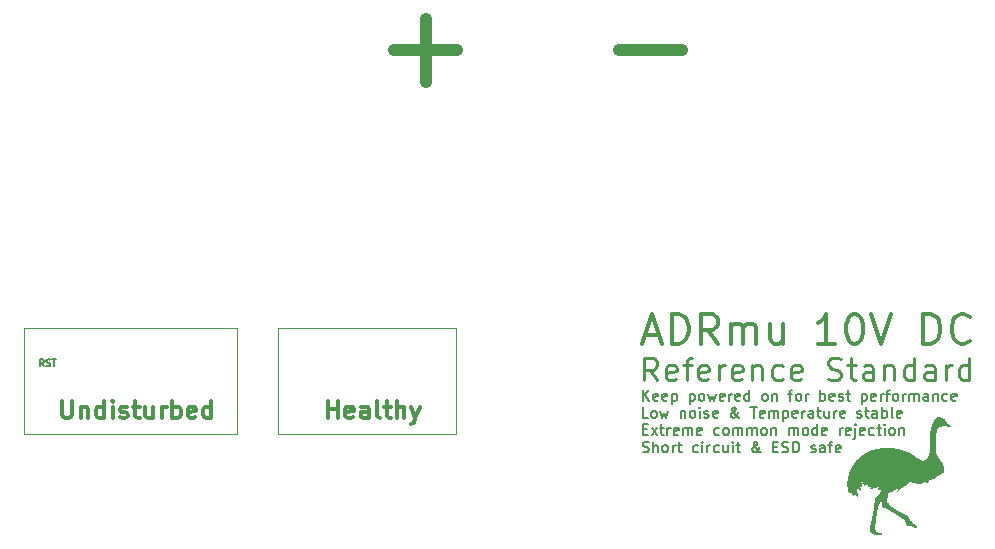
<source format=gbr>
G04 #@! TF.GenerationSoftware,KiCad,Pcbnew,(6.0.5)*
G04 #@! TF.CreationDate,2023-01-29T19:52:40+01:00*
G04 #@! TF.ProjectId,fplate,66706c61-7465-42e6-9b69-6361645f7063,0.8*
G04 #@! TF.SameCoordinates,Original*
G04 #@! TF.FileFunction,Legend,Top*
G04 #@! TF.FilePolarity,Positive*
%FSLAX46Y46*%
G04 Gerber Fmt 4.6, Leading zero omitted, Abs format (unit mm)*
G04 Created by KiCad (PCBNEW (6.0.5)) date 2023-01-29 19:52:40*
%MOMM*%
%LPD*%
G01*
G04 APERTURE LIST*
%ADD10C,0.120000*%
%ADD11C,1.000000*%
%ADD12C,0.250000*%
%ADD13C,0.375000*%
%ADD14C,0.300000*%
%ADD15C,0.150000*%
G04 APERTURE END LIST*
D10*
X98000000Y-110000000D02*
X116000000Y-110000000D01*
X116000000Y-110000000D02*
X116000000Y-101000000D01*
X116000000Y-101000000D02*
X98000000Y-101000000D01*
X98000000Y-101000000D02*
X98000000Y-110000000D01*
X119500000Y-110000000D02*
X134500000Y-110000000D01*
X134500000Y-110000000D02*
X134500000Y-101000000D01*
X134500000Y-101000000D02*
X119500000Y-101000000D01*
X119500000Y-101000000D02*
X119500000Y-110000000D01*
D11*
X129308333Y-77500000D02*
X134641666Y-77500000D01*
X131975000Y-80166666D02*
X131975000Y-74833333D01*
D12*
X151593386Y-105464047D02*
X150953386Y-104554523D01*
X150496243Y-105464047D02*
X150496243Y-103554047D01*
X151227672Y-103554047D01*
X151410529Y-103645000D01*
X151501958Y-103735952D01*
X151593386Y-103917857D01*
X151593386Y-104190714D01*
X151501958Y-104372619D01*
X151410529Y-104463571D01*
X151227672Y-104554523D01*
X150496243Y-104554523D01*
X153147672Y-105373095D02*
X152964815Y-105464047D01*
X152599101Y-105464047D01*
X152416243Y-105373095D01*
X152324815Y-105191190D01*
X152324815Y-104463571D01*
X152416243Y-104281666D01*
X152599101Y-104190714D01*
X152964815Y-104190714D01*
X153147672Y-104281666D01*
X153239101Y-104463571D01*
X153239101Y-104645476D01*
X152324815Y-104827380D01*
X153787672Y-104190714D02*
X154519101Y-104190714D01*
X154061958Y-105464047D02*
X154061958Y-103826904D01*
X154153386Y-103645000D01*
X154336243Y-103554047D01*
X154519101Y-103554047D01*
X155890529Y-105373095D02*
X155707672Y-105464047D01*
X155341958Y-105464047D01*
X155159101Y-105373095D01*
X155067672Y-105191190D01*
X155067672Y-104463571D01*
X155159101Y-104281666D01*
X155341958Y-104190714D01*
X155707672Y-104190714D01*
X155890529Y-104281666D01*
X155981958Y-104463571D01*
X155981958Y-104645476D01*
X155067672Y-104827380D01*
X156804815Y-105464047D02*
X156804815Y-104190714D01*
X156804815Y-104554523D02*
X156896243Y-104372619D01*
X156987672Y-104281666D01*
X157170529Y-104190714D01*
X157353386Y-104190714D01*
X158724815Y-105373095D02*
X158541958Y-105464047D01*
X158176243Y-105464047D01*
X157993386Y-105373095D01*
X157901958Y-105191190D01*
X157901958Y-104463571D01*
X157993386Y-104281666D01*
X158176243Y-104190714D01*
X158541958Y-104190714D01*
X158724815Y-104281666D01*
X158816243Y-104463571D01*
X158816243Y-104645476D01*
X157901958Y-104827380D01*
X159639101Y-104190714D02*
X159639101Y-105464047D01*
X159639101Y-104372619D02*
X159730529Y-104281666D01*
X159913386Y-104190714D01*
X160187672Y-104190714D01*
X160370529Y-104281666D01*
X160461958Y-104463571D01*
X160461958Y-105464047D01*
X162199101Y-105373095D02*
X162016243Y-105464047D01*
X161650529Y-105464047D01*
X161467672Y-105373095D01*
X161376243Y-105282142D01*
X161284815Y-105100238D01*
X161284815Y-104554523D01*
X161376243Y-104372619D01*
X161467672Y-104281666D01*
X161650529Y-104190714D01*
X162016243Y-104190714D01*
X162199101Y-104281666D01*
X163753386Y-105373095D02*
X163570529Y-105464047D01*
X163204815Y-105464047D01*
X163021958Y-105373095D01*
X162930529Y-105191190D01*
X162930529Y-104463571D01*
X163021958Y-104281666D01*
X163204815Y-104190714D01*
X163570529Y-104190714D01*
X163753386Y-104281666D01*
X163844815Y-104463571D01*
X163844815Y-104645476D01*
X162930529Y-104827380D01*
X166039101Y-105373095D02*
X166313386Y-105464047D01*
X166770529Y-105464047D01*
X166953386Y-105373095D01*
X167044815Y-105282142D01*
X167136243Y-105100238D01*
X167136243Y-104918333D01*
X167044815Y-104736428D01*
X166953386Y-104645476D01*
X166770529Y-104554523D01*
X166404815Y-104463571D01*
X166221958Y-104372619D01*
X166130529Y-104281666D01*
X166039101Y-104099761D01*
X166039101Y-103917857D01*
X166130529Y-103735952D01*
X166221958Y-103645000D01*
X166404815Y-103554047D01*
X166861958Y-103554047D01*
X167136243Y-103645000D01*
X167684815Y-104190714D02*
X168416243Y-104190714D01*
X167959101Y-103554047D02*
X167959101Y-105191190D01*
X168050529Y-105373095D01*
X168233386Y-105464047D01*
X168416243Y-105464047D01*
X169879101Y-105464047D02*
X169879101Y-104463571D01*
X169787672Y-104281666D01*
X169604815Y-104190714D01*
X169239101Y-104190714D01*
X169056243Y-104281666D01*
X169879101Y-105373095D02*
X169696243Y-105464047D01*
X169239101Y-105464047D01*
X169056243Y-105373095D01*
X168964815Y-105191190D01*
X168964815Y-105009285D01*
X169056243Y-104827380D01*
X169239101Y-104736428D01*
X169696243Y-104736428D01*
X169879101Y-104645476D01*
X170793386Y-104190714D02*
X170793386Y-105464047D01*
X170793386Y-104372619D02*
X170884815Y-104281666D01*
X171067672Y-104190714D01*
X171341958Y-104190714D01*
X171524815Y-104281666D01*
X171616243Y-104463571D01*
X171616243Y-105464047D01*
X173353386Y-105464047D02*
X173353386Y-103554047D01*
X173353386Y-105373095D02*
X173170529Y-105464047D01*
X172804815Y-105464047D01*
X172621958Y-105373095D01*
X172530529Y-105282142D01*
X172439101Y-105100238D01*
X172439101Y-104554523D01*
X172530529Y-104372619D01*
X172621958Y-104281666D01*
X172804815Y-104190714D01*
X173170529Y-104190714D01*
X173353386Y-104281666D01*
X175090529Y-105464047D02*
X175090529Y-104463571D01*
X174999101Y-104281666D01*
X174816243Y-104190714D01*
X174450529Y-104190714D01*
X174267672Y-104281666D01*
X175090529Y-105373095D02*
X174907672Y-105464047D01*
X174450529Y-105464047D01*
X174267672Y-105373095D01*
X174176243Y-105191190D01*
X174176243Y-105009285D01*
X174267672Y-104827380D01*
X174450529Y-104736428D01*
X174907672Y-104736428D01*
X175090529Y-104645476D01*
X176004815Y-105464047D02*
X176004815Y-104190714D01*
X176004815Y-104554523D02*
X176096243Y-104372619D01*
X176187672Y-104281666D01*
X176370529Y-104190714D01*
X176553386Y-104190714D01*
X178016243Y-105464047D02*
X178016243Y-103554047D01*
X178016243Y-105373095D02*
X177833386Y-105464047D01*
X177467672Y-105464047D01*
X177284815Y-105373095D01*
X177193386Y-105282142D01*
X177101958Y-105100238D01*
X177101958Y-104554523D01*
X177193386Y-104372619D01*
X177284815Y-104281666D01*
X177467672Y-104190714D01*
X177833386Y-104190714D01*
X178016243Y-104281666D01*
D11*
X148358333Y-77500000D02*
X153691666Y-77500000D01*
D13*
X123678571Y-108678571D02*
X123678571Y-107178571D01*
X123678571Y-107892857D02*
X124535714Y-107892857D01*
X124535714Y-108678571D02*
X124535714Y-107178571D01*
X125821428Y-108607142D02*
X125678571Y-108678571D01*
X125392857Y-108678571D01*
X125250000Y-108607142D01*
X125178571Y-108464285D01*
X125178571Y-107892857D01*
X125250000Y-107750000D01*
X125392857Y-107678571D01*
X125678571Y-107678571D01*
X125821428Y-107750000D01*
X125892857Y-107892857D01*
X125892857Y-108035714D01*
X125178571Y-108178571D01*
X127178571Y-108678571D02*
X127178571Y-107892857D01*
X127107142Y-107750000D01*
X126964285Y-107678571D01*
X126678571Y-107678571D01*
X126535714Y-107750000D01*
X127178571Y-108607142D02*
X127035714Y-108678571D01*
X126678571Y-108678571D01*
X126535714Y-108607142D01*
X126464285Y-108464285D01*
X126464285Y-108321428D01*
X126535714Y-108178571D01*
X126678571Y-108107142D01*
X127035714Y-108107142D01*
X127178571Y-108035714D01*
X128107142Y-108678571D02*
X127964285Y-108607142D01*
X127892857Y-108464285D01*
X127892857Y-107178571D01*
X128464285Y-107678571D02*
X129035714Y-107678571D01*
X128678571Y-107178571D02*
X128678571Y-108464285D01*
X128750000Y-108607142D01*
X128892857Y-108678571D01*
X129035714Y-108678571D01*
X129535714Y-108678571D02*
X129535714Y-107178571D01*
X130178571Y-108678571D02*
X130178571Y-107892857D01*
X130107142Y-107750000D01*
X129964285Y-107678571D01*
X129750000Y-107678571D01*
X129607142Y-107750000D01*
X129535714Y-107821428D01*
X130750000Y-107678571D02*
X131107142Y-108678571D01*
X131464285Y-107678571D02*
X131107142Y-108678571D01*
X130964285Y-109035714D01*
X130892857Y-109107142D01*
X130750000Y-109178571D01*
X101178571Y-107178571D02*
X101178571Y-108392857D01*
X101250000Y-108535714D01*
X101321428Y-108607142D01*
X101464285Y-108678571D01*
X101750000Y-108678571D01*
X101892857Y-108607142D01*
X101964285Y-108535714D01*
X102035714Y-108392857D01*
X102035714Y-107178571D01*
X102750000Y-107678571D02*
X102750000Y-108678571D01*
X102750000Y-107821428D02*
X102821428Y-107750000D01*
X102964285Y-107678571D01*
X103178571Y-107678571D01*
X103321428Y-107750000D01*
X103392857Y-107892857D01*
X103392857Y-108678571D01*
X104750000Y-108678571D02*
X104750000Y-107178571D01*
X104750000Y-108607142D02*
X104607142Y-108678571D01*
X104321428Y-108678571D01*
X104178571Y-108607142D01*
X104107142Y-108535714D01*
X104035714Y-108392857D01*
X104035714Y-107964285D01*
X104107142Y-107821428D01*
X104178571Y-107750000D01*
X104321428Y-107678571D01*
X104607142Y-107678571D01*
X104750000Y-107750000D01*
X105464285Y-108678571D02*
X105464285Y-107678571D01*
X105464285Y-107178571D02*
X105392857Y-107250000D01*
X105464285Y-107321428D01*
X105535714Y-107250000D01*
X105464285Y-107178571D01*
X105464285Y-107321428D01*
X106107142Y-108607142D02*
X106250000Y-108678571D01*
X106535714Y-108678571D01*
X106678571Y-108607142D01*
X106750000Y-108464285D01*
X106750000Y-108392857D01*
X106678571Y-108250000D01*
X106535714Y-108178571D01*
X106321428Y-108178571D01*
X106178571Y-108107142D01*
X106107142Y-107964285D01*
X106107142Y-107892857D01*
X106178571Y-107750000D01*
X106321428Y-107678571D01*
X106535714Y-107678571D01*
X106678571Y-107750000D01*
X107178571Y-107678571D02*
X107750000Y-107678571D01*
X107392857Y-107178571D02*
X107392857Y-108464285D01*
X107464285Y-108607142D01*
X107607142Y-108678571D01*
X107750000Y-108678571D01*
X108892857Y-107678571D02*
X108892857Y-108678571D01*
X108250000Y-107678571D02*
X108250000Y-108464285D01*
X108321428Y-108607142D01*
X108464285Y-108678571D01*
X108678571Y-108678571D01*
X108821428Y-108607142D01*
X108892857Y-108535714D01*
X109607142Y-108678571D02*
X109607142Y-107678571D01*
X109607142Y-107964285D02*
X109678571Y-107821428D01*
X109750000Y-107750000D01*
X109892857Y-107678571D01*
X110035714Y-107678571D01*
X110535714Y-108678571D02*
X110535714Y-107178571D01*
X110535714Y-107750000D02*
X110678571Y-107678571D01*
X110964285Y-107678571D01*
X111107142Y-107750000D01*
X111178571Y-107821428D01*
X111250000Y-107964285D01*
X111250000Y-108392857D01*
X111178571Y-108535714D01*
X111107142Y-108607142D01*
X110964285Y-108678571D01*
X110678571Y-108678571D01*
X110535714Y-108607142D01*
X112464285Y-108607142D02*
X112321428Y-108678571D01*
X112035714Y-108678571D01*
X111892857Y-108607142D01*
X111821428Y-108464285D01*
X111821428Y-107892857D01*
X111892857Y-107750000D01*
X112035714Y-107678571D01*
X112321428Y-107678571D01*
X112464285Y-107750000D01*
X112535714Y-107892857D01*
X112535714Y-108035714D01*
X111821428Y-108178571D01*
X113821428Y-108678571D02*
X113821428Y-107178571D01*
X113821428Y-108607142D02*
X113678571Y-108678571D01*
X113392857Y-108678571D01*
X113250000Y-108607142D01*
X113178571Y-108535714D01*
X113107142Y-108392857D01*
X113107142Y-107964285D01*
X113178571Y-107821428D01*
X113250000Y-107750000D01*
X113392857Y-107678571D01*
X113678571Y-107678571D01*
X113821428Y-107750000D01*
D14*
X150547791Y-101645083D02*
X151738267Y-101645083D01*
X150309696Y-102359369D02*
X151143029Y-99859369D01*
X151976362Y-102359369D01*
X152809696Y-102359369D02*
X152809696Y-99859369D01*
X153404934Y-99859369D01*
X153762077Y-99978417D01*
X154000172Y-100216512D01*
X154119220Y-100454607D01*
X154238267Y-100930797D01*
X154238267Y-101287940D01*
X154119220Y-101764131D01*
X154000172Y-102002226D01*
X153762077Y-102240321D01*
X153404934Y-102359369D01*
X152809696Y-102359369D01*
X156738267Y-102359369D02*
X155904934Y-101168893D01*
X155309696Y-102359369D02*
X155309696Y-99859369D01*
X156262077Y-99859369D01*
X156500172Y-99978417D01*
X156619220Y-100097464D01*
X156738267Y-100335559D01*
X156738267Y-100692702D01*
X156619220Y-100930797D01*
X156500172Y-101049845D01*
X156262077Y-101168893D01*
X155309696Y-101168893D01*
X157809696Y-102359369D02*
X157809696Y-100692702D01*
X157809696Y-100930797D02*
X157928743Y-100811750D01*
X158166839Y-100692702D01*
X158523981Y-100692702D01*
X158762077Y-100811750D01*
X158881124Y-101049845D01*
X158881124Y-102359369D01*
X158881124Y-101049845D02*
X159000172Y-100811750D01*
X159238267Y-100692702D01*
X159595410Y-100692702D01*
X159833505Y-100811750D01*
X159952553Y-101049845D01*
X159952553Y-102359369D01*
X162214458Y-100692702D02*
X162214458Y-102359369D01*
X161143029Y-100692702D02*
X161143029Y-102002226D01*
X161262077Y-102240321D01*
X161500172Y-102359369D01*
X161857315Y-102359369D01*
X162095410Y-102240321D01*
X162214458Y-102121274D01*
X166619220Y-102359369D02*
X165190648Y-102359369D01*
X165904934Y-102359369D02*
X165904934Y-99859369D01*
X165666839Y-100216512D01*
X165428743Y-100454607D01*
X165190648Y-100573655D01*
X168166839Y-99859369D02*
X168404934Y-99859369D01*
X168643029Y-99978417D01*
X168762077Y-100097464D01*
X168881124Y-100335559D01*
X169000172Y-100811750D01*
X169000172Y-101406988D01*
X168881124Y-101883178D01*
X168762077Y-102121274D01*
X168643029Y-102240321D01*
X168404934Y-102359369D01*
X168166839Y-102359369D01*
X167928743Y-102240321D01*
X167809696Y-102121274D01*
X167690648Y-101883178D01*
X167571601Y-101406988D01*
X167571601Y-100811750D01*
X167690648Y-100335559D01*
X167809696Y-100097464D01*
X167928743Y-99978417D01*
X168166839Y-99859369D01*
X169714458Y-99859369D02*
X170547791Y-102359369D01*
X171381124Y-99859369D01*
X174119220Y-102359369D02*
X174119220Y-99859369D01*
X174714458Y-99859369D01*
X175071601Y-99978417D01*
X175309696Y-100216512D01*
X175428743Y-100454607D01*
X175547791Y-100930797D01*
X175547791Y-101287940D01*
X175428743Y-101764131D01*
X175309696Y-102002226D01*
X175071601Y-102240321D01*
X174714458Y-102359369D01*
X174119220Y-102359369D01*
X178047791Y-102121274D02*
X177928743Y-102240321D01*
X177571601Y-102359369D01*
X177333505Y-102359369D01*
X176976362Y-102240321D01*
X176738267Y-102002226D01*
X176619220Y-101764131D01*
X176500172Y-101287940D01*
X176500172Y-100930797D01*
X176619220Y-100454607D01*
X176738267Y-100216512D01*
X176976362Y-99978417D01*
X177333505Y-99859369D01*
X177571601Y-99859369D01*
X177928743Y-99978417D01*
X178047791Y-100097464D01*
D15*
X99620978Y-104271428D02*
X99420978Y-103985714D01*
X99278121Y-104271428D02*
X99278121Y-103671428D01*
X99506692Y-103671428D01*
X99563835Y-103700000D01*
X99592407Y-103728571D01*
X99620978Y-103785714D01*
X99620978Y-103871428D01*
X99592407Y-103928571D01*
X99563835Y-103957142D01*
X99506692Y-103985714D01*
X99278121Y-103985714D01*
X99849550Y-104242857D02*
X99935264Y-104271428D01*
X100078121Y-104271428D01*
X100135264Y-104242857D01*
X100163835Y-104214285D01*
X100192407Y-104157142D01*
X100192407Y-104100000D01*
X100163835Y-104042857D01*
X100135264Y-104014285D01*
X100078121Y-103985714D01*
X99963835Y-103957142D01*
X99906692Y-103928571D01*
X99878121Y-103900000D01*
X99849550Y-103842857D01*
X99849550Y-103785714D01*
X99878121Y-103728571D01*
X99906692Y-103700000D01*
X99963835Y-103671428D01*
X100106692Y-103671428D01*
X100192407Y-103700000D01*
X100363835Y-103671428D02*
X100706692Y-103671428D01*
X100535264Y-104271428D02*
X100535264Y-103671428D01*
X150388386Y-107192725D02*
X150388386Y-106292725D01*
X150902672Y-107192725D02*
X150516958Y-106678440D01*
X150902672Y-106292725D02*
X150388386Y-106807011D01*
X151631243Y-107149868D02*
X151545529Y-107192725D01*
X151374101Y-107192725D01*
X151288386Y-107149868D01*
X151245529Y-107064154D01*
X151245529Y-106721297D01*
X151288386Y-106635583D01*
X151374101Y-106592725D01*
X151545529Y-106592725D01*
X151631243Y-106635583D01*
X151674101Y-106721297D01*
X151674101Y-106807011D01*
X151245529Y-106892725D01*
X152402672Y-107149868D02*
X152316958Y-107192725D01*
X152145529Y-107192725D01*
X152059815Y-107149868D01*
X152016958Y-107064154D01*
X152016958Y-106721297D01*
X152059815Y-106635583D01*
X152145529Y-106592725D01*
X152316958Y-106592725D01*
X152402672Y-106635583D01*
X152445529Y-106721297D01*
X152445529Y-106807011D01*
X152016958Y-106892725D01*
X152831243Y-106592725D02*
X152831243Y-107492725D01*
X152831243Y-106635583D02*
X152916958Y-106592725D01*
X153088386Y-106592725D01*
X153174101Y-106635583D01*
X153216958Y-106678440D01*
X153259815Y-106764154D01*
X153259815Y-107021297D01*
X153216958Y-107107011D01*
X153174101Y-107149868D01*
X153088386Y-107192725D01*
X152916958Y-107192725D01*
X152831243Y-107149868D01*
X154331243Y-106592725D02*
X154331243Y-107492725D01*
X154331243Y-106635583D02*
X154416958Y-106592725D01*
X154588386Y-106592725D01*
X154674101Y-106635583D01*
X154716958Y-106678440D01*
X154759815Y-106764154D01*
X154759815Y-107021297D01*
X154716958Y-107107011D01*
X154674101Y-107149868D01*
X154588386Y-107192725D01*
X154416958Y-107192725D01*
X154331243Y-107149868D01*
X155274101Y-107192725D02*
X155188386Y-107149868D01*
X155145529Y-107107011D01*
X155102672Y-107021297D01*
X155102672Y-106764154D01*
X155145529Y-106678440D01*
X155188386Y-106635583D01*
X155274101Y-106592725D01*
X155402672Y-106592725D01*
X155488386Y-106635583D01*
X155531243Y-106678440D01*
X155574101Y-106764154D01*
X155574101Y-107021297D01*
X155531243Y-107107011D01*
X155488386Y-107149868D01*
X155402672Y-107192725D01*
X155274101Y-107192725D01*
X155874101Y-106592725D02*
X156045529Y-107192725D01*
X156216958Y-106764154D01*
X156388386Y-107192725D01*
X156559815Y-106592725D01*
X157245529Y-107149868D02*
X157159815Y-107192725D01*
X156988386Y-107192725D01*
X156902672Y-107149868D01*
X156859815Y-107064154D01*
X156859815Y-106721297D01*
X156902672Y-106635583D01*
X156988386Y-106592725D01*
X157159815Y-106592725D01*
X157245529Y-106635583D01*
X157288386Y-106721297D01*
X157288386Y-106807011D01*
X156859815Y-106892725D01*
X157674101Y-107192725D02*
X157674101Y-106592725D01*
X157674101Y-106764154D02*
X157716958Y-106678440D01*
X157759815Y-106635583D01*
X157845529Y-106592725D01*
X157931243Y-106592725D01*
X158574101Y-107149868D02*
X158488386Y-107192725D01*
X158316958Y-107192725D01*
X158231243Y-107149868D01*
X158188386Y-107064154D01*
X158188386Y-106721297D01*
X158231243Y-106635583D01*
X158316958Y-106592725D01*
X158488386Y-106592725D01*
X158574101Y-106635583D01*
X158616958Y-106721297D01*
X158616958Y-106807011D01*
X158188386Y-106892725D01*
X159388386Y-107192725D02*
X159388386Y-106292725D01*
X159388386Y-107149868D02*
X159302672Y-107192725D01*
X159131243Y-107192725D01*
X159045529Y-107149868D01*
X159002672Y-107107011D01*
X158959815Y-107021297D01*
X158959815Y-106764154D01*
X159002672Y-106678440D01*
X159045529Y-106635583D01*
X159131243Y-106592725D01*
X159302672Y-106592725D01*
X159388386Y-106635583D01*
X160631243Y-107192725D02*
X160545529Y-107149868D01*
X160502672Y-107107011D01*
X160459815Y-107021297D01*
X160459815Y-106764154D01*
X160502672Y-106678440D01*
X160545529Y-106635583D01*
X160631243Y-106592725D01*
X160759815Y-106592725D01*
X160845529Y-106635583D01*
X160888386Y-106678440D01*
X160931243Y-106764154D01*
X160931243Y-107021297D01*
X160888386Y-107107011D01*
X160845529Y-107149868D01*
X160759815Y-107192725D01*
X160631243Y-107192725D01*
X161316958Y-106592725D02*
X161316958Y-107192725D01*
X161316958Y-106678440D02*
X161359815Y-106635583D01*
X161445529Y-106592725D01*
X161574101Y-106592725D01*
X161659815Y-106635583D01*
X161702672Y-106721297D01*
X161702672Y-107192725D01*
X162688386Y-106592725D02*
X163031243Y-106592725D01*
X162816958Y-107192725D02*
X162816958Y-106421297D01*
X162859815Y-106335583D01*
X162945529Y-106292725D01*
X163031243Y-106292725D01*
X163459815Y-107192725D02*
X163374101Y-107149868D01*
X163331243Y-107107011D01*
X163288386Y-107021297D01*
X163288386Y-106764154D01*
X163331243Y-106678440D01*
X163374101Y-106635583D01*
X163459815Y-106592725D01*
X163588386Y-106592725D01*
X163674101Y-106635583D01*
X163716958Y-106678440D01*
X163759815Y-106764154D01*
X163759815Y-107021297D01*
X163716958Y-107107011D01*
X163674101Y-107149868D01*
X163588386Y-107192725D01*
X163459815Y-107192725D01*
X164145529Y-107192725D02*
X164145529Y-106592725D01*
X164145529Y-106764154D02*
X164188386Y-106678440D01*
X164231243Y-106635583D01*
X164316958Y-106592725D01*
X164402672Y-106592725D01*
X165388386Y-107192725D02*
X165388386Y-106292725D01*
X165388386Y-106635583D02*
X165474101Y-106592725D01*
X165645529Y-106592725D01*
X165731243Y-106635583D01*
X165774101Y-106678440D01*
X165816958Y-106764154D01*
X165816958Y-107021297D01*
X165774101Y-107107011D01*
X165731243Y-107149868D01*
X165645529Y-107192725D01*
X165474101Y-107192725D01*
X165388386Y-107149868D01*
X166545529Y-107149868D02*
X166459815Y-107192725D01*
X166288386Y-107192725D01*
X166202672Y-107149868D01*
X166159815Y-107064154D01*
X166159815Y-106721297D01*
X166202672Y-106635583D01*
X166288386Y-106592725D01*
X166459815Y-106592725D01*
X166545529Y-106635583D01*
X166588386Y-106721297D01*
X166588386Y-106807011D01*
X166159815Y-106892725D01*
X166931243Y-107149868D02*
X167016958Y-107192725D01*
X167188386Y-107192725D01*
X167274101Y-107149868D01*
X167316958Y-107064154D01*
X167316958Y-107021297D01*
X167274101Y-106935583D01*
X167188386Y-106892725D01*
X167059815Y-106892725D01*
X166974101Y-106849868D01*
X166931243Y-106764154D01*
X166931243Y-106721297D01*
X166974101Y-106635583D01*
X167059815Y-106592725D01*
X167188386Y-106592725D01*
X167274101Y-106635583D01*
X167574101Y-106592725D02*
X167916958Y-106592725D01*
X167702672Y-106292725D02*
X167702672Y-107064154D01*
X167745529Y-107149868D01*
X167831243Y-107192725D01*
X167916958Y-107192725D01*
X168902672Y-106592725D02*
X168902672Y-107492725D01*
X168902672Y-106635583D02*
X168988386Y-106592725D01*
X169159815Y-106592725D01*
X169245529Y-106635583D01*
X169288386Y-106678440D01*
X169331243Y-106764154D01*
X169331243Y-107021297D01*
X169288386Y-107107011D01*
X169245529Y-107149868D01*
X169159815Y-107192725D01*
X168988386Y-107192725D01*
X168902672Y-107149868D01*
X170059815Y-107149868D02*
X169974101Y-107192725D01*
X169802672Y-107192725D01*
X169716958Y-107149868D01*
X169674101Y-107064154D01*
X169674101Y-106721297D01*
X169716958Y-106635583D01*
X169802672Y-106592725D01*
X169974101Y-106592725D01*
X170059815Y-106635583D01*
X170102672Y-106721297D01*
X170102672Y-106807011D01*
X169674101Y-106892725D01*
X170488386Y-107192725D02*
X170488386Y-106592725D01*
X170488386Y-106764154D02*
X170531243Y-106678440D01*
X170574101Y-106635583D01*
X170659815Y-106592725D01*
X170745529Y-106592725D01*
X170916958Y-106592725D02*
X171259815Y-106592725D01*
X171045529Y-107192725D02*
X171045529Y-106421297D01*
X171088386Y-106335583D01*
X171174101Y-106292725D01*
X171259815Y-106292725D01*
X171688386Y-107192725D02*
X171602672Y-107149868D01*
X171559815Y-107107011D01*
X171516958Y-107021297D01*
X171516958Y-106764154D01*
X171559815Y-106678440D01*
X171602672Y-106635583D01*
X171688386Y-106592725D01*
X171816958Y-106592725D01*
X171902672Y-106635583D01*
X171945529Y-106678440D01*
X171988386Y-106764154D01*
X171988386Y-107021297D01*
X171945529Y-107107011D01*
X171902672Y-107149868D01*
X171816958Y-107192725D01*
X171688386Y-107192725D01*
X172374101Y-107192725D02*
X172374101Y-106592725D01*
X172374101Y-106764154D02*
X172416958Y-106678440D01*
X172459815Y-106635583D01*
X172545529Y-106592725D01*
X172631243Y-106592725D01*
X172931243Y-107192725D02*
X172931243Y-106592725D01*
X172931243Y-106678440D02*
X172974101Y-106635583D01*
X173059815Y-106592725D01*
X173188386Y-106592725D01*
X173274101Y-106635583D01*
X173316958Y-106721297D01*
X173316958Y-107192725D01*
X173316958Y-106721297D02*
X173359815Y-106635583D01*
X173445529Y-106592725D01*
X173574101Y-106592725D01*
X173659815Y-106635583D01*
X173702672Y-106721297D01*
X173702672Y-107192725D01*
X174516958Y-107192725D02*
X174516958Y-106721297D01*
X174474101Y-106635583D01*
X174388386Y-106592725D01*
X174216958Y-106592725D01*
X174131243Y-106635583D01*
X174516958Y-107149868D02*
X174431243Y-107192725D01*
X174216958Y-107192725D01*
X174131243Y-107149868D01*
X174088386Y-107064154D01*
X174088386Y-106978440D01*
X174131243Y-106892725D01*
X174216958Y-106849868D01*
X174431243Y-106849868D01*
X174516958Y-106807011D01*
X174945529Y-106592725D02*
X174945529Y-107192725D01*
X174945529Y-106678440D02*
X174988386Y-106635583D01*
X175074101Y-106592725D01*
X175202672Y-106592725D01*
X175288386Y-106635583D01*
X175331243Y-106721297D01*
X175331243Y-107192725D01*
X176145529Y-107149868D02*
X176059815Y-107192725D01*
X175888386Y-107192725D01*
X175802672Y-107149868D01*
X175759815Y-107107011D01*
X175716958Y-107021297D01*
X175716958Y-106764154D01*
X175759815Y-106678440D01*
X175802672Y-106635583D01*
X175888386Y-106592725D01*
X176059815Y-106592725D01*
X176145529Y-106635583D01*
X176874101Y-107149868D02*
X176788386Y-107192725D01*
X176616958Y-107192725D01*
X176531243Y-107149868D01*
X176488386Y-107064154D01*
X176488386Y-106721297D01*
X176531243Y-106635583D01*
X176616958Y-106592725D01*
X176788386Y-106592725D01*
X176874101Y-106635583D01*
X176916958Y-106721297D01*
X176916958Y-106807011D01*
X176488386Y-106892725D01*
X150816958Y-108641725D02*
X150388386Y-108641725D01*
X150388386Y-107741725D01*
X151245529Y-108641725D02*
X151159815Y-108598868D01*
X151116958Y-108556011D01*
X151074101Y-108470297D01*
X151074101Y-108213154D01*
X151116958Y-108127440D01*
X151159815Y-108084583D01*
X151245529Y-108041725D01*
X151374101Y-108041725D01*
X151459815Y-108084583D01*
X151502672Y-108127440D01*
X151545529Y-108213154D01*
X151545529Y-108470297D01*
X151502672Y-108556011D01*
X151459815Y-108598868D01*
X151374101Y-108641725D01*
X151245529Y-108641725D01*
X151845529Y-108041725D02*
X152016958Y-108641725D01*
X152188386Y-108213154D01*
X152359815Y-108641725D01*
X152531243Y-108041725D01*
X153559815Y-108041725D02*
X153559815Y-108641725D01*
X153559815Y-108127440D02*
X153602672Y-108084583D01*
X153688386Y-108041725D01*
X153816958Y-108041725D01*
X153902672Y-108084583D01*
X153945529Y-108170297D01*
X153945529Y-108641725D01*
X154502672Y-108641725D02*
X154416958Y-108598868D01*
X154374101Y-108556011D01*
X154331243Y-108470297D01*
X154331243Y-108213154D01*
X154374101Y-108127440D01*
X154416958Y-108084583D01*
X154502672Y-108041725D01*
X154631243Y-108041725D01*
X154716958Y-108084583D01*
X154759815Y-108127440D01*
X154802672Y-108213154D01*
X154802672Y-108470297D01*
X154759815Y-108556011D01*
X154716958Y-108598868D01*
X154631243Y-108641725D01*
X154502672Y-108641725D01*
X155188386Y-108641725D02*
X155188386Y-108041725D01*
X155188386Y-107741725D02*
X155145529Y-107784583D01*
X155188386Y-107827440D01*
X155231243Y-107784583D01*
X155188386Y-107741725D01*
X155188386Y-107827440D01*
X155574101Y-108598868D02*
X155659815Y-108641725D01*
X155831243Y-108641725D01*
X155916958Y-108598868D01*
X155959815Y-108513154D01*
X155959815Y-108470297D01*
X155916958Y-108384583D01*
X155831243Y-108341725D01*
X155702672Y-108341725D01*
X155616958Y-108298868D01*
X155574101Y-108213154D01*
X155574101Y-108170297D01*
X155616958Y-108084583D01*
X155702672Y-108041725D01*
X155831243Y-108041725D01*
X155916958Y-108084583D01*
X156688386Y-108598868D02*
X156602672Y-108641725D01*
X156431243Y-108641725D01*
X156345529Y-108598868D01*
X156302672Y-108513154D01*
X156302672Y-108170297D01*
X156345529Y-108084583D01*
X156431243Y-108041725D01*
X156602672Y-108041725D01*
X156688386Y-108084583D01*
X156731243Y-108170297D01*
X156731243Y-108256011D01*
X156302672Y-108341725D01*
X158531243Y-108641725D02*
X158488386Y-108641725D01*
X158402672Y-108598868D01*
X158274101Y-108470297D01*
X158059815Y-108213154D01*
X157974101Y-108084583D01*
X157931243Y-107956011D01*
X157931243Y-107870297D01*
X157974101Y-107784583D01*
X158059815Y-107741725D01*
X158102672Y-107741725D01*
X158188386Y-107784583D01*
X158231243Y-107870297D01*
X158231243Y-107913154D01*
X158188386Y-107998868D01*
X158145529Y-108041725D01*
X157888386Y-108213154D01*
X157845529Y-108256011D01*
X157802672Y-108341725D01*
X157802672Y-108470297D01*
X157845529Y-108556011D01*
X157888386Y-108598868D01*
X157974101Y-108641725D01*
X158102672Y-108641725D01*
X158188386Y-108598868D01*
X158231243Y-108556011D01*
X158359815Y-108384583D01*
X158402672Y-108256011D01*
X158402672Y-108170297D01*
X159474101Y-107741725D02*
X159988386Y-107741725D01*
X159731243Y-108641725D02*
X159731243Y-107741725D01*
X160631243Y-108598868D02*
X160545529Y-108641725D01*
X160374101Y-108641725D01*
X160288386Y-108598868D01*
X160245529Y-108513154D01*
X160245529Y-108170297D01*
X160288386Y-108084583D01*
X160374101Y-108041725D01*
X160545529Y-108041725D01*
X160631243Y-108084583D01*
X160674101Y-108170297D01*
X160674101Y-108256011D01*
X160245529Y-108341725D01*
X161059815Y-108641725D02*
X161059815Y-108041725D01*
X161059815Y-108127440D02*
X161102672Y-108084583D01*
X161188386Y-108041725D01*
X161316958Y-108041725D01*
X161402672Y-108084583D01*
X161445529Y-108170297D01*
X161445529Y-108641725D01*
X161445529Y-108170297D02*
X161488386Y-108084583D01*
X161574101Y-108041725D01*
X161702672Y-108041725D01*
X161788386Y-108084583D01*
X161831243Y-108170297D01*
X161831243Y-108641725D01*
X162259815Y-108041725D02*
X162259815Y-108941725D01*
X162259815Y-108084583D02*
X162345529Y-108041725D01*
X162516958Y-108041725D01*
X162602672Y-108084583D01*
X162645529Y-108127440D01*
X162688386Y-108213154D01*
X162688386Y-108470297D01*
X162645529Y-108556011D01*
X162602672Y-108598868D01*
X162516958Y-108641725D01*
X162345529Y-108641725D01*
X162259815Y-108598868D01*
X163416958Y-108598868D02*
X163331243Y-108641725D01*
X163159815Y-108641725D01*
X163074101Y-108598868D01*
X163031243Y-108513154D01*
X163031243Y-108170297D01*
X163074101Y-108084583D01*
X163159815Y-108041725D01*
X163331243Y-108041725D01*
X163416958Y-108084583D01*
X163459815Y-108170297D01*
X163459815Y-108256011D01*
X163031243Y-108341725D01*
X163845529Y-108641725D02*
X163845529Y-108041725D01*
X163845529Y-108213154D02*
X163888386Y-108127440D01*
X163931243Y-108084583D01*
X164016958Y-108041725D01*
X164102672Y-108041725D01*
X164788386Y-108641725D02*
X164788386Y-108170297D01*
X164745529Y-108084583D01*
X164659815Y-108041725D01*
X164488386Y-108041725D01*
X164402672Y-108084583D01*
X164788386Y-108598868D02*
X164702672Y-108641725D01*
X164488386Y-108641725D01*
X164402672Y-108598868D01*
X164359815Y-108513154D01*
X164359815Y-108427440D01*
X164402672Y-108341725D01*
X164488386Y-108298868D01*
X164702672Y-108298868D01*
X164788386Y-108256011D01*
X165088386Y-108041725D02*
X165431243Y-108041725D01*
X165216958Y-107741725D02*
X165216958Y-108513154D01*
X165259815Y-108598868D01*
X165345529Y-108641725D01*
X165431243Y-108641725D01*
X166116958Y-108041725D02*
X166116958Y-108641725D01*
X165731243Y-108041725D02*
X165731243Y-108513154D01*
X165774101Y-108598868D01*
X165859815Y-108641725D01*
X165988386Y-108641725D01*
X166074101Y-108598868D01*
X166116958Y-108556011D01*
X166545529Y-108641725D02*
X166545529Y-108041725D01*
X166545529Y-108213154D02*
X166588386Y-108127440D01*
X166631243Y-108084583D01*
X166716958Y-108041725D01*
X166802672Y-108041725D01*
X167445529Y-108598868D02*
X167359815Y-108641725D01*
X167188386Y-108641725D01*
X167102672Y-108598868D01*
X167059815Y-108513154D01*
X167059815Y-108170297D01*
X167102672Y-108084583D01*
X167188386Y-108041725D01*
X167359815Y-108041725D01*
X167445529Y-108084583D01*
X167488386Y-108170297D01*
X167488386Y-108256011D01*
X167059815Y-108341725D01*
X168516958Y-108598868D02*
X168602672Y-108641725D01*
X168774101Y-108641725D01*
X168859815Y-108598868D01*
X168902672Y-108513154D01*
X168902672Y-108470297D01*
X168859815Y-108384583D01*
X168774101Y-108341725D01*
X168645529Y-108341725D01*
X168559815Y-108298868D01*
X168516958Y-108213154D01*
X168516958Y-108170297D01*
X168559815Y-108084583D01*
X168645529Y-108041725D01*
X168774101Y-108041725D01*
X168859815Y-108084583D01*
X169159815Y-108041725D02*
X169502672Y-108041725D01*
X169288386Y-107741725D02*
X169288386Y-108513154D01*
X169331243Y-108598868D01*
X169416958Y-108641725D01*
X169502672Y-108641725D01*
X170188386Y-108641725D02*
X170188386Y-108170297D01*
X170145529Y-108084583D01*
X170059815Y-108041725D01*
X169888386Y-108041725D01*
X169802672Y-108084583D01*
X170188386Y-108598868D02*
X170102672Y-108641725D01*
X169888386Y-108641725D01*
X169802672Y-108598868D01*
X169759815Y-108513154D01*
X169759815Y-108427440D01*
X169802672Y-108341725D01*
X169888386Y-108298868D01*
X170102672Y-108298868D01*
X170188386Y-108256011D01*
X170616958Y-108641725D02*
X170616958Y-107741725D01*
X170616958Y-108084583D02*
X170702672Y-108041725D01*
X170874101Y-108041725D01*
X170959815Y-108084583D01*
X171002672Y-108127440D01*
X171045529Y-108213154D01*
X171045529Y-108470297D01*
X171002672Y-108556011D01*
X170959815Y-108598868D01*
X170874101Y-108641725D01*
X170702672Y-108641725D01*
X170616958Y-108598868D01*
X171559815Y-108641725D02*
X171474101Y-108598868D01*
X171431243Y-108513154D01*
X171431243Y-107741725D01*
X172245529Y-108598868D02*
X172159815Y-108641725D01*
X171988386Y-108641725D01*
X171902672Y-108598868D01*
X171859815Y-108513154D01*
X171859815Y-108170297D01*
X171902672Y-108084583D01*
X171988386Y-108041725D01*
X172159815Y-108041725D01*
X172245529Y-108084583D01*
X172288386Y-108170297D01*
X172288386Y-108256011D01*
X171859815Y-108341725D01*
X150388386Y-109619297D02*
X150688386Y-109619297D01*
X150816958Y-110090725D02*
X150388386Y-110090725D01*
X150388386Y-109190725D01*
X150816958Y-109190725D01*
X151116958Y-110090725D02*
X151588386Y-109490725D01*
X151116958Y-109490725D02*
X151588386Y-110090725D01*
X151802672Y-109490725D02*
X152145529Y-109490725D01*
X151931243Y-109190725D02*
X151931243Y-109962154D01*
X151974101Y-110047868D01*
X152059815Y-110090725D01*
X152145529Y-110090725D01*
X152445529Y-110090725D02*
X152445529Y-109490725D01*
X152445529Y-109662154D02*
X152488386Y-109576440D01*
X152531243Y-109533583D01*
X152616958Y-109490725D01*
X152702672Y-109490725D01*
X153345529Y-110047868D02*
X153259815Y-110090725D01*
X153088386Y-110090725D01*
X153002672Y-110047868D01*
X152959815Y-109962154D01*
X152959815Y-109619297D01*
X153002672Y-109533583D01*
X153088386Y-109490725D01*
X153259815Y-109490725D01*
X153345529Y-109533583D01*
X153388386Y-109619297D01*
X153388386Y-109705011D01*
X152959815Y-109790725D01*
X153774101Y-110090725D02*
X153774101Y-109490725D01*
X153774101Y-109576440D02*
X153816958Y-109533583D01*
X153902672Y-109490725D01*
X154031243Y-109490725D01*
X154116958Y-109533583D01*
X154159815Y-109619297D01*
X154159815Y-110090725D01*
X154159815Y-109619297D02*
X154202672Y-109533583D01*
X154288386Y-109490725D01*
X154416958Y-109490725D01*
X154502672Y-109533583D01*
X154545529Y-109619297D01*
X154545529Y-110090725D01*
X155316958Y-110047868D02*
X155231243Y-110090725D01*
X155059815Y-110090725D01*
X154974101Y-110047868D01*
X154931243Y-109962154D01*
X154931243Y-109619297D01*
X154974101Y-109533583D01*
X155059815Y-109490725D01*
X155231243Y-109490725D01*
X155316958Y-109533583D01*
X155359815Y-109619297D01*
X155359815Y-109705011D01*
X154931243Y-109790725D01*
X156816958Y-110047868D02*
X156731243Y-110090725D01*
X156559815Y-110090725D01*
X156474101Y-110047868D01*
X156431243Y-110005011D01*
X156388386Y-109919297D01*
X156388386Y-109662154D01*
X156431243Y-109576440D01*
X156474101Y-109533583D01*
X156559815Y-109490725D01*
X156731243Y-109490725D01*
X156816958Y-109533583D01*
X157331243Y-110090725D02*
X157245529Y-110047868D01*
X157202672Y-110005011D01*
X157159815Y-109919297D01*
X157159815Y-109662154D01*
X157202672Y-109576440D01*
X157245529Y-109533583D01*
X157331243Y-109490725D01*
X157459815Y-109490725D01*
X157545529Y-109533583D01*
X157588386Y-109576440D01*
X157631243Y-109662154D01*
X157631243Y-109919297D01*
X157588386Y-110005011D01*
X157545529Y-110047868D01*
X157459815Y-110090725D01*
X157331243Y-110090725D01*
X158016958Y-110090725D02*
X158016958Y-109490725D01*
X158016958Y-109576440D02*
X158059815Y-109533583D01*
X158145529Y-109490725D01*
X158274101Y-109490725D01*
X158359815Y-109533583D01*
X158402672Y-109619297D01*
X158402672Y-110090725D01*
X158402672Y-109619297D02*
X158445529Y-109533583D01*
X158531243Y-109490725D01*
X158659815Y-109490725D01*
X158745529Y-109533583D01*
X158788386Y-109619297D01*
X158788386Y-110090725D01*
X159216958Y-110090725D02*
X159216958Y-109490725D01*
X159216958Y-109576440D02*
X159259815Y-109533583D01*
X159345529Y-109490725D01*
X159474101Y-109490725D01*
X159559815Y-109533583D01*
X159602672Y-109619297D01*
X159602672Y-110090725D01*
X159602672Y-109619297D02*
X159645529Y-109533583D01*
X159731243Y-109490725D01*
X159859815Y-109490725D01*
X159945529Y-109533583D01*
X159988386Y-109619297D01*
X159988386Y-110090725D01*
X160545529Y-110090725D02*
X160459815Y-110047868D01*
X160416958Y-110005011D01*
X160374101Y-109919297D01*
X160374101Y-109662154D01*
X160416958Y-109576440D01*
X160459815Y-109533583D01*
X160545529Y-109490725D01*
X160674101Y-109490725D01*
X160759815Y-109533583D01*
X160802672Y-109576440D01*
X160845529Y-109662154D01*
X160845529Y-109919297D01*
X160802672Y-110005011D01*
X160759815Y-110047868D01*
X160674101Y-110090725D01*
X160545529Y-110090725D01*
X161231243Y-109490725D02*
X161231243Y-110090725D01*
X161231243Y-109576440D02*
X161274101Y-109533583D01*
X161359815Y-109490725D01*
X161488386Y-109490725D01*
X161574101Y-109533583D01*
X161616958Y-109619297D01*
X161616958Y-110090725D01*
X162731243Y-110090725D02*
X162731243Y-109490725D01*
X162731243Y-109576440D02*
X162774101Y-109533583D01*
X162859815Y-109490725D01*
X162988386Y-109490725D01*
X163074101Y-109533583D01*
X163116958Y-109619297D01*
X163116958Y-110090725D01*
X163116958Y-109619297D02*
X163159815Y-109533583D01*
X163245529Y-109490725D01*
X163374101Y-109490725D01*
X163459815Y-109533583D01*
X163502672Y-109619297D01*
X163502672Y-110090725D01*
X164059815Y-110090725D02*
X163974101Y-110047868D01*
X163931243Y-110005011D01*
X163888386Y-109919297D01*
X163888386Y-109662154D01*
X163931243Y-109576440D01*
X163974101Y-109533583D01*
X164059815Y-109490725D01*
X164188386Y-109490725D01*
X164274101Y-109533583D01*
X164316958Y-109576440D01*
X164359815Y-109662154D01*
X164359815Y-109919297D01*
X164316958Y-110005011D01*
X164274101Y-110047868D01*
X164188386Y-110090725D01*
X164059815Y-110090725D01*
X165131243Y-110090725D02*
X165131243Y-109190725D01*
X165131243Y-110047868D02*
X165045529Y-110090725D01*
X164874101Y-110090725D01*
X164788386Y-110047868D01*
X164745529Y-110005011D01*
X164702672Y-109919297D01*
X164702672Y-109662154D01*
X164745529Y-109576440D01*
X164788386Y-109533583D01*
X164874101Y-109490725D01*
X165045529Y-109490725D01*
X165131243Y-109533583D01*
X165902672Y-110047868D02*
X165816958Y-110090725D01*
X165645529Y-110090725D01*
X165559815Y-110047868D01*
X165516958Y-109962154D01*
X165516958Y-109619297D01*
X165559815Y-109533583D01*
X165645529Y-109490725D01*
X165816958Y-109490725D01*
X165902672Y-109533583D01*
X165945529Y-109619297D01*
X165945529Y-109705011D01*
X165516958Y-109790725D01*
X167016958Y-110090725D02*
X167016958Y-109490725D01*
X167016958Y-109662154D02*
X167059815Y-109576440D01*
X167102672Y-109533583D01*
X167188386Y-109490725D01*
X167274101Y-109490725D01*
X167916958Y-110047868D02*
X167831243Y-110090725D01*
X167659815Y-110090725D01*
X167574101Y-110047868D01*
X167531243Y-109962154D01*
X167531243Y-109619297D01*
X167574101Y-109533583D01*
X167659815Y-109490725D01*
X167831243Y-109490725D01*
X167916958Y-109533583D01*
X167959815Y-109619297D01*
X167959815Y-109705011D01*
X167531243Y-109790725D01*
X168345529Y-109490725D02*
X168345529Y-110262154D01*
X168302672Y-110347868D01*
X168216958Y-110390725D01*
X168174101Y-110390725D01*
X168345529Y-109190725D02*
X168302672Y-109233583D01*
X168345529Y-109276440D01*
X168388386Y-109233583D01*
X168345529Y-109190725D01*
X168345529Y-109276440D01*
X169116958Y-110047868D02*
X169031243Y-110090725D01*
X168859815Y-110090725D01*
X168774101Y-110047868D01*
X168731243Y-109962154D01*
X168731243Y-109619297D01*
X168774101Y-109533583D01*
X168859815Y-109490725D01*
X169031243Y-109490725D01*
X169116958Y-109533583D01*
X169159815Y-109619297D01*
X169159815Y-109705011D01*
X168731243Y-109790725D01*
X169931243Y-110047868D02*
X169845529Y-110090725D01*
X169674101Y-110090725D01*
X169588386Y-110047868D01*
X169545529Y-110005011D01*
X169502672Y-109919297D01*
X169502672Y-109662154D01*
X169545529Y-109576440D01*
X169588386Y-109533583D01*
X169674101Y-109490725D01*
X169845529Y-109490725D01*
X169931243Y-109533583D01*
X170188386Y-109490725D02*
X170531243Y-109490725D01*
X170316958Y-109190725D02*
X170316958Y-109962154D01*
X170359815Y-110047868D01*
X170445529Y-110090725D01*
X170531243Y-110090725D01*
X170831243Y-110090725D02*
X170831243Y-109490725D01*
X170831243Y-109190725D02*
X170788386Y-109233583D01*
X170831243Y-109276440D01*
X170874101Y-109233583D01*
X170831243Y-109190725D01*
X170831243Y-109276440D01*
X171388386Y-110090725D02*
X171302672Y-110047868D01*
X171259815Y-110005011D01*
X171216958Y-109919297D01*
X171216958Y-109662154D01*
X171259815Y-109576440D01*
X171302672Y-109533583D01*
X171388386Y-109490725D01*
X171516958Y-109490725D01*
X171602672Y-109533583D01*
X171645529Y-109576440D01*
X171688386Y-109662154D01*
X171688386Y-109919297D01*
X171645529Y-110005011D01*
X171602672Y-110047868D01*
X171516958Y-110090725D01*
X171388386Y-110090725D01*
X172074101Y-109490725D02*
X172074101Y-110090725D01*
X172074101Y-109576440D02*
X172116958Y-109533583D01*
X172202672Y-109490725D01*
X172331243Y-109490725D01*
X172416958Y-109533583D01*
X172459815Y-109619297D01*
X172459815Y-110090725D01*
X150345529Y-111496868D02*
X150474101Y-111539725D01*
X150688386Y-111539725D01*
X150774101Y-111496868D01*
X150816958Y-111454011D01*
X150859815Y-111368297D01*
X150859815Y-111282583D01*
X150816958Y-111196868D01*
X150774101Y-111154011D01*
X150688386Y-111111154D01*
X150516958Y-111068297D01*
X150431243Y-111025440D01*
X150388386Y-110982583D01*
X150345529Y-110896868D01*
X150345529Y-110811154D01*
X150388386Y-110725440D01*
X150431243Y-110682583D01*
X150516958Y-110639725D01*
X150731243Y-110639725D01*
X150859815Y-110682583D01*
X151245529Y-111539725D02*
X151245529Y-110639725D01*
X151631243Y-111539725D02*
X151631243Y-111068297D01*
X151588386Y-110982583D01*
X151502672Y-110939725D01*
X151374101Y-110939725D01*
X151288386Y-110982583D01*
X151245529Y-111025440D01*
X152188386Y-111539725D02*
X152102672Y-111496868D01*
X152059815Y-111454011D01*
X152016958Y-111368297D01*
X152016958Y-111111154D01*
X152059815Y-111025440D01*
X152102672Y-110982583D01*
X152188386Y-110939725D01*
X152316958Y-110939725D01*
X152402672Y-110982583D01*
X152445529Y-111025440D01*
X152488386Y-111111154D01*
X152488386Y-111368297D01*
X152445529Y-111454011D01*
X152402672Y-111496868D01*
X152316958Y-111539725D01*
X152188386Y-111539725D01*
X152874101Y-111539725D02*
X152874101Y-110939725D01*
X152874101Y-111111154D02*
X152916958Y-111025440D01*
X152959815Y-110982583D01*
X153045529Y-110939725D01*
X153131243Y-110939725D01*
X153302672Y-110939725D02*
X153645529Y-110939725D01*
X153431243Y-110639725D02*
X153431243Y-111411154D01*
X153474101Y-111496868D01*
X153559815Y-111539725D01*
X153645529Y-111539725D01*
X155016958Y-111496868D02*
X154931243Y-111539725D01*
X154759815Y-111539725D01*
X154674101Y-111496868D01*
X154631243Y-111454011D01*
X154588386Y-111368297D01*
X154588386Y-111111154D01*
X154631243Y-111025440D01*
X154674101Y-110982583D01*
X154759815Y-110939725D01*
X154931243Y-110939725D01*
X155016958Y-110982583D01*
X155402672Y-111539725D02*
X155402672Y-110939725D01*
X155402672Y-110639725D02*
X155359815Y-110682583D01*
X155402672Y-110725440D01*
X155445529Y-110682583D01*
X155402672Y-110639725D01*
X155402672Y-110725440D01*
X155831243Y-111539725D02*
X155831243Y-110939725D01*
X155831243Y-111111154D02*
X155874101Y-111025440D01*
X155916958Y-110982583D01*
X156002672Y-110939725D01*
X156088386Y-110939725D01*
X156774101Y-111496868D02*
X156688386Y-111539725D01*
X156516958Y-111539725D01*
X156431243Y-111496868D01*
X156388386Y-111454011D01*
X156345529Y-111368297D01*
X156345529Y-111111154D01*
X156388386Y-111025440D01*
X156431243Y-110982583D01*
X156516958Y-110939725D01*
X156688386Y-110939725D01*
X156774101Y-110982583D01*
X157545529Y-110939725D02*
X157545529Y-111539725D01*
X157159815Y-110939725D02*
X157159815Y-111411154D01*
X157202672Y-111496868D01*
X157288386Y-111539725D01*
X157416958Y-111539725D01*
X157502672Y-111496868D01*
X157545529Y-111454011D01*
X157974101Y-111539725D02*
X157974101Y-110939725D01*
X157974101Y-110639725D02*
X157931243Y-110682583D01*
X157974101Y-110725440D01*
X158016958Y-110682583D01*
X157974101Y-110639725D01*
X157974101Y-110725440D01*
X158274101Y-110939725D02*
X158616958Y-110939725D01*
X158402672Y-110639725D02*
X158402672Y-111411154D01*
X158445529Y-111496868D01*
X158531243Y-111539725D01*
X158616958Y-111539725D01*
X160331243Y-111539725D02*
X160288386Y-111539725D01*
X160202672Y-111496868D01*
X160074101Y-111368297D01*
X159859815Y-111111154D01*
X159774101Y-110982583D01*
X159731243Y-110854011D01*
X159731243Y-110768297D01*
X159774101Y-110682583D01*
X159859815Y-110639725D01*
X159902672Y-110639725D01*
X159988386Y-110682583D01*
X160031243Y-110768297D01*
X160031243Y-110811154D01*
X159988386Y-110896868D01*
X159945529Y-110939725D01*
X159688386Y-111111154D01*
X159645529Y-111154011D01*
X159602672Y-111239725D01*
X159602672Y-111368297D01*
X159645529Y-111454011D01*
X159688386Y-111496868D01*
X159774101Y-111539725D01*
X159902672Y-111539725D01*
X159988386Y-111496868D01*
X160031243Y-111454011D01*
X160159815Y-111282583D01*
X160202672Y-111154011D01*
X160202672Y-111068297D01*
X161402672Y-111068297D02*
X161702672Y-111068297D01*
X161831243Y-111539725D02*
X161402672Y-111539725D01*
X161402672Y-110639725D01*
X161831243Y-110639725D01*
X162174101Y-111496868D02*
X162302672Y-111539725D01*
X162516958Y-111539725D01*
X162602672Y-111496868D01*
X162645529Y-111454011D01*
X162688386Y-111368297D01*
X162688386Y-111282583D01*
X162645529Y-111196868D01*
X162602672Y-111154011D01*
X162516958Y-111111154D01*
X162345529Y-111068297D01*
X162259815Y-111025440D01*
X162216958Y-110982583D01*
X162174101Y-110896868D01*
X162174101Y-110811154D01*
X162216958Y-110725440D01*
X162259815Y-110682583D01*
X162345529Y-110639725D01*
X162559815Y-110639725D01*
X162688386Y-110682583D01*
X163074101Y-111539725D02*
X163074101Y-110639725D01*
X163288386Y-110639725D01*
X163416958Y-110682583D01*
X163502672Y-110768297D01*
X163545529Y-110854011D01*
X163588386Y-111025440D01*
X163588386Y-111154011D01*
X163545529Y-111325440D01*
X163502672Y-111411154D01*
X163416958Y-111496868D01*
X163288386Y-111539725D01*
X163074101Y-111539725D01*
X164616958Y-111496868D02*
X164702672Y-111539725D01*
X164874101Y-111539725D01*
X164959815Y-111496868D01*
X165002672Y-111411154D01*
X165002672Y-111368297D01*
X164959815Y-111282583D01*
X164874101Y-111239725D01*
X164745529Y-111239725D01*
X164659815Y-111196868D01*
X164616958Y-111111154D01*
X164616958Y-111068297D01*
X164659815Y-110982583D01*
X164745529Y-110939725D01*
X164874101Y-110939725D01*
X164959815Y-110982583D01*
X165774101Y-111539725D02*
X165774101Y-111068297D01*
X165731243Y-110982583D01*
X165645529Y-110939725D01*
X165474101Y-110939725D01*
X165388386Y-110982583D01*
X165774101Y-111496868D02*
X165688386Y-111539725D01*
X165474101Y-111539725D01*
X165388386Y-111496868D01*
X165345529Y-111411154D01*
X165345529Y-111325440D01*
X165388386Y-111239725D01*
X165474101Y-111196868D01*
X165688386Y-111196868D01*
X165774101Y-111154011D01*
X166074101Y-110939725D02*
X166416958Y-110939725D01*
X166202672Y-111539725D02*
X166202672Y-110768297D01*
X166245529Y-110682583D01*
X166331243Y-110639725D01*
X166416958Y-110639725D01*
X167059815Y-111496868D02*
X166974101Y-111539725D01*
X166802672Y-111539725D01*
X166716958Y-111496868D01*
X166674101Y-111411154D01*
X166674101Y-111068297D01*
X166716958Y-110982583D01*
X166802672Y-110939725D01*
X166974101Y-110939725D01*
X167059815Y-110982583D01*
X167102672Y-111068297D01*
X167102672Y-111154011D01*
X166674101Y-111239725D01*
G04 #@! TO.C,G\u002A\u002A\u002A*
G36*
X175466950Y-108562520D02*
G01*
X175477317Y-108563930D01*
X175498680Y-108567664D01*
X175522281Y-108572710D01*
X175547460Y-108578878D01*
X175573554Y-108585977D01*
X175599902Y-108593815D01*
X175625843Y-108602203D01*
X175650716Y-108610949D01*
X175673859Y-108619862D01*
X175680038Y-108622404D01*
X175713952Y-108637484D01*
X175747121Y-108654023D01*
X175779153Y-108671773D01*
X175809655Y-108690490D01*
X175838233Y-108709925D01*
X175864493Y-108729834D01*
X175888044Y-108749969D01*
X175896791Y-108758199D01*
X175908357Y-108769711D01*
X175918687Y-108780705D01*
X175928088Y-108791623D01*
X175936866Y-108802904D01*
X175945328Y-108814986D01*
X175953783Y-108828311D01*
X175962536Y-108843316D01*
X175971895Y-108860442D01*
X175982166Y-108880129D01*
X175982742Y-108881251D01*
X175996564Y-108907744D01*
X176009569Y-108931575D01*
X176022029Y-108953165D01*
X176034216Y-108972932D01*
X176046402Y-108991293D01*
X176058860Y-109008669D01*
X176071861Y-109025478D01*
X176085678Y-109042138D01*
X176092231Y-109049694D01*
X176106191Y-109065028D01*
X176120306Y-109079322D01*
X176135050Y-109092981D01*
X176150902Y-109106411D01*
X176168339Y-109120018D01*
X176187837Y-109134207D01*
X176207719Y-109147930D01*
X176223448Y-109158678D01*
X176240229Y-109170348D01*
X176257785Y-109182737D01*
X176275843Y-109195640D01*
X176294125Y-109208850D01*
X176312357Y-109222164D01*
X176330264Y-109235376D01*
X176347569Y-109248282D01*
X176363998Y-109260676D01*
X176379275Y-109272355D01*
X176393124Y-109283111D01*
X176405271Y-109292742D01*
X176415440Y-109301042D01*
X176423354Y-109307805D01*
X176426753Y-109310896D01*
X176435780Y-109319997D01*
X176445143Y-109330518D01*
X176454441Y-109341909D01*
X176463270Y-109353621D01*
X176471227Y-109365104D01*
X176477909Y-109375808D01*
X176482913Y-109385183D01*
X176485178Y-109390592D01*
X176487351Y-109399433D01*
X176487963Y-109408453D01*
X176487049Y-109416680D01*
X176484641Y-109423139D01*
X176484021Y-109424083D01*
X176480688Y-109427387D01*
X176475743Y-109430911D01*
X176472731Y-109432616D01*
X176467483Y-109434709D01*
X176461173Y-109436078D01*
X176453464Y-109436715D01*
X176444020Y-109436613D01*
X176432503Y-109435765D01*
X176418578Y-109434164D01*
X176401907Y-109431804D01*
X176396832Y-109431026D01*
X176379712Y-109428258D01*
X176359889Y-109424863D01*
X176337846Y-109420936D01*
X176314066Y-109416570D01*
X176289030Y-109411860D01*
X176263222Y-109406901D01*
X176237124Y-109401785D01*
X176211219Y-109396607D01*
X176185990Y-109391462D01*
X176161920Y-109386442D01*
X176139490Y-109381643D01*
X176119184Y-109377158D01*
X176111399Y-109375390D01*
X176082876Y-109368929D01*
X176057172Y-109363297D01*
X176033960Y-109358448D01*
X176012912Y-109354335D01*
X175993702Y-109350912D01*
X175976002Y-109348132D01*
X175959484Y-109345950D01*
X175943822Y-109344317D01*
X175928688Y-109343190D01*
X175913754Y-109342520D01*
X175898694Y-109342261D01*
X175883180Y-109342368D01*
X175879040Y-109342449D01*
X175866536Y-109342833D01*
X175854124Y-109343454D01*
X175841380Y-109344360D01*
X175827878Y-109345594D01*
X175813193Y-109347203D01*
X175796902Y-109349234D01*
X175778580Y-109351730D01*
X175757800Y-109354739D01*
X175739672Y-109357463D01*
X175696408Y-109364643D01*
X175656005Y-109372621D01*
X175618136Y-109381491D01*
X175582472Y-109391346D01*
X175548685Y-109402281D01*
X175516448Y-109414389D01*
X175485432Y-109427765D01*
X175471602Y-109434313D01*
X175451819Y-109444294D01*
X175434585Y-109453809D01*
X175419300Y-109463259D01*
X175405365Y-109473048D01*
X175392181Y-109483575D01*
X175379148Y-109495245D01*
X175375461Y-109498755D01*
X175360833Y-109513595D01*
X175347817Y-109528508D01*
X175336143Y-109543945D01*
X175325544Y-109560359D01*
X175315750Y-109578202D01*
X175306493Y-109597927D01*
X175297505Y-109619985D01*
X175288517Y-109644830D01*
X175288203Y-109645746D01*
X175265770Y-109714374D01*
X175245470Y-109783285D01*
X175227230Y-109852822D01*
X175210980Y-109923326D01*
X175196649Y-109995141D01*
X175184166Y-110068607D01*
X175173461Y-110144066D01*
X175164462Y-110221861D01*
X175160612Y-110261395D01*
X175158250Y-110288162D01*
X175156115Y-110314527D01*
X175154191Y-110340838D01*
X175152460Y-110367443D01*
X175150907Y-110394691D01*
X175149514Y-110422929D01*
X175148265Y-110452506D01*
X175147145Y-110483770D01*
X175146135Y-110517070D01*
X175145221Y-110552754D01*
X175144385Y-110591169D01*
X175143966Y-110612849D01*
X175143116Y-110679824D01*
X175143006Y-110749412D01*
X175143638Y-110821683D01*
X175145014Y-110896707D01*
X175147136Y-110974552D01*
X175150006Y-111055289D01*
X175153626Y-111138986D01*
X175157997Y-111225713D01*
X175163122Y-111315539D01*
X175163813Y-111326941D01*
X175165298Y-111350633D01*
X175166702Y-111371522D01*
X175168067Y-111390068D01*
X175169434Y-111406730D01*
X175170844Y-111421970D01*
X175172340Y-111436248D01*
X175173963Y-111450024D01*
X175175755Y-111463757D01*
X175176943Y-111472279D01*
X175187326Y-111533768D01*
X175200813Y-111594299D01*
X175217413Y-111653899D01*
X175237135Y-111712591D01*
X175259989Y-111770399D01*
X175285983Y-111827347D01*
X175315128Y-111883461D01*
X175347431Y-111938764D01*
X175364124Y-111965124D01*
X175372042Y-111977097D01*
X175381839Y-111991533D01*
X175393416Y-112008296D01*
X175406674Y-112027248D01*
X175421515Y-112048253D01*
X175437839Y-112071175D01*
X175455549Y-112095876D01*
X175474545Y-112122221D01*
X175494729Y-112150072D01*
X175516002Y-112179292D01*
X175538267Y-112209746D01*
X175561423Y-112241296D01*
X175585372Y-112273806D01*
X175610016Y-112307139D01*
X175635256Y-112341159D01*
X175645690Y-112355187D01*
X175660827Y-112375561D01*
X175674161Y-112393604D01*
X175685866Y-112409580D01*
X175696117Y-112423757D01*
X175705088Y-112436400D01*
X175712954Y-112447776D01*
X175719891Y-112458150D01*
X175726073Y-112467790D01*
X175731675Y-112476961D01*
X175736871Y-112485929D01*
X175741838Y-112494961D01*
X175746749Y-112504323D01*
X175751779Y-112514281D01*
X175756540Y-112523945D01*
X175776005Y-112567116D01*
X175793451Y-112612739D01*
X175808855Y-112660678D01*
X175822190Y-112710797D01*
X175833431Y-112762960D01*
X175842554Y-112817031D01*
X175849532Y-112872874D01*
X175854340Y-112930353D01*
X175856953Y-112989332D01*
X175857346Y-113049675D01*
X175857104Y-113064474D01*
X175856640Y-113085500D01*
X175856120Y-113103769D01*
X175855453Y-113119756D01*
X175854547Y-113133932D01*
X175853310Y-113146772D01*
X175851650Y-113158748D01*
X175849475Y-113170334D01*
X175846693Y-113182004D01*
X175843213Y-113194231D01*
X175838942Y-113207487D01*
X175833788Y-113222246D01*
X175827660Y-113238982D01*
X175820465Y-113258168D01*
X175818433Y-113263550D01*
X175813765Y-113275540D01*
X175809815Y-113284734D01*
X175806365Y-113291464D01*
X175803199Y-113296064D01*
X175800098Y-113298866D01*
X175796846Y-113300203D01*
X175794341Y-113300446D01*
X175789590Y-113299580D01*
X175785005Y-113296839D01*
X175780447Y-113292007D01*
X175775777Y-113284866D01*
X175770856Y-113275201D01*
X175765543Y-113262795D01*
X175759698Y-113247431D01*
X175759127Y-113245857D01*
X175756285Y-113238056D01*
X175753797Y-113231354D01*
X175751892Y-113226354D01*
X175750797Y-113223660D01*
X175750669Y-113223403D01*
X175748952Y-113223400D01*
X175745558Y-113225579D01*
X175740876Y-113229593D01*
X175735297Y-113235098D01*
X175729210Y-113241745D01*
X175726653Y-113244727D01*
X175718376Y-113255020D01*
X175710640Y-113265668D01*
X175703224Y-113277066D01*
X175695910Y-113289610D01*
X175688477Y-113303696D01*
X175680706Y-113319720D01*
X175672377Y-113338077D01*
X175663588Y-113358418D01*
X175653632Y-113381416D01*
X175644441Y-113401606D01*
X175635846Y-113419311D01*
X175627677Y-113434853D01*
X175619763Y-113448555D01*
X175611935Y-113460738D01*
X175604023Y-113471725D01*
X175603488Y-113472423D01*
X175599431Y-113477379D01*
X175594321Y-113483154D01*
X175588638Y-113489263D01*
X175582862Y-113495217D01*
X175577474Y-113500527D01*
X175572953Y-113504708D01*
X175569780Y-113507270D01*
X175568619Y-113507839D01*
X175566762Y-113506467D01*
X175563885Y-113502766D01*
X175560367Y-113497358D01*
X175556586Y-113490865D01*
X175552920Y-113483910D01*
X175549749Y-113477115D01*
X175549309Y-113476076D01*
X175545981Y-113467487D01*
X175543222Y-113458882D01*
X175540955Y-113449780D01*
X175539102Y-113439703D01*
X175537586Y-113428171D01*
X175536329Y-113414704D01*
X175535253Y-113398823D01*
X175534494Y-113384546D01*
X175533487Y-113366646D01*
X175532309Y-113351481D01*
X175530888Y-113338521D01*
X175529153Y-113327236D01*
X175527030Y-113317097D01*
X175524449Y-113307573D01*
X175523745Y-113305295D01*
X175519505Y-113291874D01*
X175511289Y-113307999D01*
X175504534Y-113321632D01*
X175499134Y-113333525D01*
X175494699Y-113344696D01*
X175490841Y-113356166D01*
X175487169Y-113368956D01*
X175485319Y-113376019D01*
X175477819Y-113403030D01*
X175469886Y-113427061D01*
X175461410Y-113448383D01*
X175452284Y-113467264D01*
X175442400Y-113483975D01*
X175441739Y-113484977D01*
X175428063Y-113503500D01*
X175413322Y-113519281D01*
X175397148Y-113532581D01*
X175379173Y-113543657D01*
X175359031Y-113552767D01*
X175336354Y-113560171D01*
X175333856Y-113560848D01*
X175315204Y-113566337D01*
X175299164Y-113572299D01*
X175285080Y-113579086D01*
X175272301Y-113587054D01*
X175260174Y-113596556D01*
X175249391Y-113606596D01*
X175244022Y-113612042D01*
X175238997Y-113617416D01*
X175233986Y-113623128D01*
X175228660Y-113629584D01*
X175222688Y-113637194D01*
X175215739Y-113646365D01*
X175207485Y-113657506D01*
X175200486Y-113667059D01*
X175186326Y-113686208D01*
X175173657Y-113702781D01*
X175162270Y-113716988D01*
X175151955Y-113729041D01*
X175142500Y-113739149D01*
X175133697Y-113747525D01*
X175125335Y-113754379D01*
X175117204Y-113759923D01*
X175109095Y-113764367D01*
X175100796Y-113767922D01*
X175099656Y-113768343D01*
X175094230Y-113770094D01*
X175086963Y-113772142D01*
X175078621Y-113774303D01*
X175069969Y-113776396D01*
X175061775Y-113778238D01*
X175054803Y-113779648D01*
X175049819Y-113780444D01*
X175048297Y-113780554D01*
X175047324Y-113780292D01*
X175046370Y-113779290D01*
X175045341Y-113777223D01*
X175044142Y-113773766D01*
X175042676Y-113768596D01*
X175040848Y-113761388D01*
X175038563Y-113751816D01*
X175035726Y-113739558D01*
X175033898Y-113731563D01*
X175031104Y-113719441D01*
X175028506Y-113708417D01*
X175026200Y-113698876D01*
X175024280Y-113691201D01*
X175022842Y-113685776D01*
X175021980Y-113682985D01*
X175021807Y-113682689D01*
X175020499Y-113683877D01*
X175017300Y-113687157D01*
X175012516Y-113692206D01*
X175006452Y-113698698D01*
X174999414Y-113706309D01*
X174993127Y-113713160D01*
X174971296Y-113736743D01*
X174949973Y-113759213D01*
X174929370Y-113780362D01*
X174909701Y-113799980D01*
X174891180Y-113817857D01*
X174874019Y-113833785D01*
X174858433Y-113847553D01*
X174844634Y-113858953D01*
X174844522Y-113859041D01*
X174826490Y-113872809D01*
X174810383Y-113884087D01*
X174796081Y-113892934D01*
X174783465Y-113899408D01*
X174772419Y-113903569D01*
X174762822Y-113905476D01*
X174754557Y-113905186D01*
X174752457Y-113904717D01*
X174744570Y-113900956D01*
X174737008Y-113894093D01*
X174729880Y-113884282D01*
X174723296Y-113871681D01*
X174717366Y-113856446D01*
X174716308Y-113853223D01*
X174714371Y-113847465D01*
X174712666Y-113842947D01*
X174711536Y-113840566D01*
X174711466Y-113840478D01*
X174709663Y-113840758D01*
X174706117Y-113843037D01*
X174701298Y-113846907D01*
X174695672Y-113851964D01*
X174689710Y-113857802D01*
X174683880Y-113864014D01*
X174682553Y-113865515D01*
X174679491Y-113869061D01*
X174674600Y-113874773D01*
X174668159Y-113882322D01*
X174660449Y-113891379D01*
X174651747Y-113901617D01*
X174642335Y-113912707D01*
X174632491Y-113924320D01*
X174628394Y-113929159D01*
X174605805Y-113955711D01*
X174585097Y-113979776D01*
X174566169Y-114001462D01*
X174548919Y-114020878D01*
X174533247Y-114038133D01*
X174519052Y-114053335D01*
X174506231Y-114066592D01*
X174494684Y-114078013D01*
X174484311Y-114087707D01*
X174475008Y-114095783D01*
X174467681Y-114101597D01*
X174450101Y-114113918D01*
X174429984Y-114126362D01*
X174408013Y-114138524D01*
X174388752Y-114148168D01*
X174373676Y-114155133D01*
X174361033Y-114160442D01*
X174350510Y-114164205D01*
X174341791Y-114166529D01*
X174334562Y-114167524D01*
X174332609Y-114167580D01*
X174323902Y-114166747D01*
X174317390Y-114164057D01*
X174312825Y-114159223D01*
X174309956Y-114151959D01*
X174308533Y-114141978D01*
X174308409Y-114139818D01*
X174308315Y-114136658D01*
X174308364Y-114133326D01*
X174308603Y-114129547D01*
X174309077Y-114125042D01*
X174309834Y-114119535D01*
X174310919Y-114112749D01*
X174312380Y-114104405D01*
X174314263Y-114094227D01*
X174316614Y-114081937D01*
X174319481Y-114067258D01*
X174322909Y-114049913D01*
X174326626Y-114031223D01*
X174331562Y-114006448D01*
X174335899Y-113984655D01*
X174339677Y-113965623D01*
X174342933Y-113949129D01*
X174345706Y-113934952D01*
X174348036Y-113922871D01*
X174349960Y-113912664D01*
X174351518Y-113904110D01*
X174352748Y-113896987D01*
X174353689Y-113891074D01*
X174354380Y-113886149D01*
X174354859Y-113881990D01*
X174355165Y-113878377D01*
X174355336Y-113875087D01*
X174355413Y-113871899D01*
X174355432Y-113868592D01*
X174355432Y-113848212D01*
X174348353Y-113845588D01*
X174341274Y-113842965D01*
X174315703Y-113879938D01*
X174309252Y-113889319D01*
X174301335Y-113900917D01*
X174292292Y-113914229D01*
X174282464Y-113928751D01*
X174272192Y-113943980D01*
X174261816Y-113959411D01*
X174251677Y-113974542D01*
X174246538Y-113982232D01*
X174233439Y-114001798D01*
X174221898Y-114018881D01*
X174211717Y-114033751D01*
X174202697Y-114046677D01*
X174194638Y-114057929D01*
X174187340Y-114067777D01*
X174180603Y-114076489D01*
X174174229Y-114084335D01*
X174168018Y-114091585D01*
X174161771Y-114098507D01*
X174155580Y-114105068D01*
X174137874Y-114122559D01*
X174120291Y-114137918D01*
X174102196Y-114151575D01*
X174082958Y-114163958D01*
X174061945Y-114175496D01*
X174038523Y-114186618D01*
X174029645Y-114190490D01*
X174022589Y-114193415D01*
X174013758Y-114196931D01*
X174003550Y-114200895D01*
X173992360Y-114205160D01*
X173980583Y-114209583D01*
X173968617Y-114214019D01*
X173956857Y-114218322D01*
X173945699Y-114222349D01*
X173935539Y-114225954D01*
X173926773Y-114228993D01*
X173919797Y-114231320D01*
X173915008Y-114232792D01*
X173912800Y-114233263D01*
X173912708Y-114233231D01*
X173911837Y-114231410D01*
X173910011Y-114227028D01*
X173907427Y-114220580D01*
X173904284Y-114212561D01*
X173900779Y-114203464D01*
X173900639Y-114203098D01*
X173896438Y-114192298D01*
X173893132Y-114184302D01*
X173890582Y-114178814D01*
X173888647Y-114175541D01*
X173887187Y-114174187D01*
X173886808Y-114174112D01*
X173882245Y-114174700D01*
X173874736Y-114176444D01*
X173864380Y-114179312D01*
X173851274Y-114183274D01*
X173835516Y-114188297D01*
X173817203Y-114194351D01*
X173796433Y-114201405D01*
X173773303Y-114209427D01*
X173747912Y-114218387D01*
X173744683Y-114219536D01*
X173718230Y-114228694D01*
X173694219Y-114236419D01*
X173672209Y-114242814D01*
X173651758Y-114247980D01*
X173632425Y-114252018D01*
X173613769Y-114255032D01*
X173595348Y-114257122D01*
X173576722Y-114258390D01*
X173576244Y-114258413D01*
X173566391Y-114258626D01*
X173555504Y-114258456D01*
X173544124Y-114257951D01*
X173532795Y-114257163D01*
X173522056Y-114256144D01*
X173512450Y-114254944D01*
X173504519Y-114253613D01*
X173498805Y-114252204D01*
X173495942Y-114250856D01*
X173496139Y-114249108D01*
X173497200Y-114244526D01*
X173499042Y-114237404D01*
X173501586Y-114228036D01*
X173504749Y-114216716D01*
X173508449Y-114203735D01*
X173512606Y-114189389D01*
X173517139Y-114173970D01*
X173519212Y-114166982D01*
X173523911Y-114151170D01*
X173528316Y-114136296D01*
X173532340Y-114122655D01*
X173535898Y-114110541D01*
X173538902Y-114100251D01*
X173541268Y-114092079D01*
X173542908Y-114086319D01*
X173543736Y-114083267D01*
X173543821Y-114082860D01*
X173542310Y-114082469D01*
X173537804Y-114083266D01*
X173530346Y-114085237D01*
X173519978Y-114088369D01*
X173506742Y-114092647D01*
X173490682Y-114098058D01*
X173471838Y-114104588D01*
X173450255Y-114112224D01*
X173425973Y-114120952D01*
X173421502Y-114122571D01*
X173391467Y-114133394D01*
X173363459Y-114143346D01*
X173337616Y-114152383D01*
X173314075Y-114160458D01*
X173292971Y-114167525D01*
X173274442Y-114173537D01*
X173258625Y-114178449D01*
X173245655Y-114182214D01*
X173241712Y-114183280D01*
X173231461Y-114185711D01*
X173222397Y-114187137D01*
X173212790Y-114187786D01*
X173206564Y-114187895D01*
X173198316Y-114187864D01*
X173192452Y-114187577D01*
X173188091Y-114186895D01*
X173184355Y-114185683D01*
X173180436Y-114183841D01*
X173173600Y-114179366D01*
X173167894Y-114173365D01*
X173163251Y-114165601D01*
X173159600Y-114155835D01*
X173156873Y-114143829D01*
X173155001Y-114129345D01*
X173153914Y-114112145D01*
X173153544Y-114091990D01*
X173153543Y-114091162D01*
X173153529Y-114064551D01*
X173148222Y-114065436D01*
X173145091Y-114065833D01*
X173139250Y-114066456D01*
X173131240Y-114067253D01*
X173121604Y-114068170D01*
X173110885Y-114069153D01*
X173105355Y-114069647D01*
X173076817Y-114072319D01*
X173051195Y-114075042D01*
X173028140Y-114077876D01*
X173007302Y-114080882D01*
X172988334Y-114084121D01*
X172970883Y-114087653D01*
X172954603Y-114091538D01*
X172939142Y-114095838D01*
X172924151Y-114100612D01*
X172921555Y-114101499D01*
X172901928Y-114109021D01*
X172885522Y-114116928D01*
X172872348Y-114125215D01*
X172868451Y-114128247D01*
X172864367Y-114131909D01*
X172858749Y-114137421D01*
X172851529Y-114144854D01*
X172842640Y-114154282D01*
X172832014Y-114165778D01*
X172819586Y-114179416D01*
X172805288Y-114195267D01*
X172789052Y-114213404D01*
X172770812Y-114233902D01*
X172756502Y-114250047D01*
X172740603Y-114267982D01*
X172726633Y-114283659D01*
X172714380Y-114297286D01*
X172703633Y-114309074D01*
X172694182Y-114319230D01*
X172685815Y-114327966D01*
X172678321Y-114335488D01*
X172671489Y-114342008D01*
X172665108Y-114347734D01*
X172658967Y-114352875D01*
X172652854Y-114357640D01*
X172646559Y-114362238D01*
X172639871Y-114366880D01*
X172635862Y-114369584D01*
X172615583Y-114382064D01*
X172594590Y-114392722D01*
X172572312Y-114401784D01*
X172548177Y-114409474D01*
X172521612Y-114416019D01*
X172514202Y-114417568D01*
X172490275Y-114423108D01*
X172468951Y-114429602D01*
X172449649Y-114437279D01*
X172431787Y-114446364D01*
X172417227Y-114455414D01*
X172412860Y-114458749D01*
X172406349Y-114464284D01*
X172397837Y-114471888D01*
X172387465Y-114481429D01*
X172375378Y-114492776D01*
X172361718Y-114505797D01*
X172346627Y-114520361D01*
X172346448Y-114520536D01*
X172320287Y-114545800D01*
X172296104Y-114568880D01*
X172273656Y-114589987D01*
X172252701Y-114609332D01*
X172232998Y-114627128D01*
X172214305Y-114643586D01*
X172196379Y-114658918D01*
X172178979Y-114673336D01*
X172161863Y-114687052D01*
X172144789Y-114700276D01*
X172127516Y-114713222D01*
X172120644Y-114718262D01*
X172089596Y-114740710D01*
X172059322Y-114762186D01*
X172029095Y-114783191D01*
X171998186Y-114804226D01*
X171965867Y-114825792D01*
X171931410Y-114848388D01*
X171930763Y-114848809D01*
X171890925Y-114874730D01*
X171884559Y-114869688D01*
X171878193Y-114864647D01*
X171881646Y-114857823D01*
X171885431Y-114850470D01*
X171890638Y-114840549D01*
X171897110Y-114828351D01*
X171904690Y-114814167D01*
X171913221Y-114798287D01*
X171922547Y-114781003D01*
X171932510Y-114762606D01*
X171942953Y-114743386D01*
X171953720Y-114723635D01*
X171964654Y-114703643D01*
X171972325Y-114689659D01*
X171982972Y-114670273D01*
X171992164Y-114653527D01*
X172000010Y-114639195D01*
X172006621Y-114627053D01*
X172012107Y-114616875D01*
X172016579Y-114608434D01*
X172020148Y-114601507D01*
X172022923Y-114595867D01*
X172025017Y-114591288D01*
X172026538Y-114587546D01*
X172027598Y-114584415D01*
X172028308Y-114581669D01*
X172028777Y-114579083D01*
X172029117Y-114576431D01*
X172029438Y-114573488D01*
X172029482Y-114573088D01*
X172030064Y-114567042D01*
X172030319Y-114562546D01*
X172030212Y-114560320D01*
X172030084Y-114560210D01*
X172007292Y-114573385D01*
X171987350Y-114586593D01*
X171973672Y-114596958D01*
X171949166Y-114616207D01*
X171925117Y-114634003D01*
X171900979Y-114650689D01*
X171876206Y-114666609D01*
X171850251Y-114682104D01*
X171822569Y-114697519D01*
X171792613Y-114713196D01*
X171772512Y-114723270D01*
X171760704Y-114729072D01*
X171749620Y-114734445D01*
X171738835Y-114739583D01*
X171727925Y-114744679D01*
X171716465Y-114749925D01*
X171704030Y-114755515D01*
X171690196Y-114761641D01*
X171674538Y-114768497D01*
X171656632Y-114776275D01*
X171640536Y-114783234D01*
X171618199Y-114792920D01*
X171598420Y-114801602D01*
X171580730Y-114809496D01*
X171564658Y-114816821D01*
X171549736Y-114823795D01*
X171535492Y-114830636D01*
X171521458Y-114837562D01*
X171507164Y-114844792D01*
X171500096Y-114848421D01*
X171450289Y-114875095D01*
X171402621Y-114902697D01*
X171355975Y-114931891D01*
X171324818Y-114952618D01*
X171314996Y-114959154D01*
X171305015Y-114965534D01*
X171295550Y-114971343D01*
X171287274Y-114976170D01*
X171280863Y-114979603D01*
X171279910Y-114980065D01*
X171273747Y-114982711D01*
X171265184Y-114986016D01*
X171254955Y-114989717D01*
X171243795Y-114993549D01*
X171232435Y-114997250D01*
X171229831Y-114998067D01*
X171211315Y-115003969D01*
X171195734Y-115009255D01*
X171182840Y-115014040D01*
X171172386Y-115018443D01*
X171164123Y-115022578D01*
X171157804Y-115026563D01*
X171153182Y-115030513D01*
X171150007Y-115034545D01*
X171149235Y-115035915D01*
X171147950Y-115039200D01*
X171145955Y-115045350D01*
X171143332Y-115054061D01*
X171140168Y-115065031D01*
X171136547Y-115077955D01*
X171132554Y-115092532D01*
X171128274Y-115108458D01*
X171123792Y-115125430D01*
X171119192Y-115143145D01*
X171118939Y-115144126D01*
X171102298Y-115211794D01*
X171087755Y-115277327D01*
X171075256Y-115341049D01*
X171064748Y-115403282D01*
X171056177Y-115464350D01*
X171049490Y-115524575D01*
X171044633Y-115584281D01*
X171043693Y-115599267D01*
X171042688Y-115621441D01*
X171042234Y-115644000D01*
X171042311Y-115666432D01*
X171042898Y-115688227D01*
X171043975Y-115708875D01*
X171045520Y-115727865D01*
X171047514Y-115744686D01*
X171049934Y-115758829D01*
X171050201Y-115760085D01*
X171056391Y-115781902D01*
X171065119Y-115801780D01*
X171076456Y-115819812D01*
X171090477Y-115836090D01*
X171107254Y-115850707D01*
X171126860Y-115863757D01*
X171135932Y-115868779D01*
X171150225Y-115876929D01*
X171161616Y-115884915D01*
X171170439Y-115893002D01*
X171177031Y-115901457D01*
X171177033Y-115901462D01*
X171198103Y-115933305D01*
X171218935Y-115962479D01*
X171239995Y-115989505D01*
X171261748Y-116014904D01*
X171284658Y-116039195D01*
X171309190Y-116062901D01*
X171335809Y-116086542D01*
X171360473Y-116107015D01*
X171369481Y-116114221D01*
X171378438Y-116121231D01*
X171387533Y-116128168D01*
X171396954Y-116135158D01*
X171406891Y-116142325D01*
X171417530Y-116149796D01*
X171429061Y-116157693D01*
X171441673Y-116166143D01*
X171455553Y-116175271D01*
X171470889Y-116185201D01*
X171487872Y-116196058D01*
X171506688Y-116207967D01*
X171527526Y-116221053D01*
X171550575Y-116235441D01*
X171576024Y-116251255D01*
X171604060Y-116268622D01*
X171607059Y-116270477D01*
X171681696Y-116316577D01*
X171753745Y-116360943D01*
X171823334Y-116403654D01*
X171890591Y-116444788D01*
X171955646Y-116484422D01*
X172018627Y-116522636D01*
X172079663Y-116559506D01*
X172138883Y-116595111D01*
X172196416Y-116629530D01*
X172252390Y-116662840D01*
X172306934Y-116695119D01*
X172325201Y-116705888D01*
X172345363Y-116717750D01*
X172363068Y-116728131D01*
X172378662Y-116737222D01*
X172392493Y-116745215D01*
X172404909Y-116752302D01*
X172416256Y-116758675D01*
X172426883Y-116764523D01*
X172437137Y-116770040D01*
X172447364Y-116775416D01*
X172457914Y-116780844D01*
X172469132Y-116786514D01*
X172481367Y-116792618D01*
X172492972Y-116798364D01*
X172503319Y-116803468D01*
X172512743Y-116808097D01*
X172521549Y-116812395D01*
X172530044Y-116816503D01*
X172538533Y-116820564D01*
X172547321Y-116824721D01*
X172556716Y-116829116D01*
X172567022Y-116833891D01*
X172578545Y-116839190D01*
X172591591Y-116845154D01*
X172606466Y-116851926D01*
X172623475Y-116859648D01*
X172642924Y-116868464D01*
X172659430Y-116875939D01*
X172680790Y-116885632D01*
X172699422Y-116894138D01*
X172715586Y-116901583D01*
X172729544Y-116908096D01*
X172741556Y-116913802D01*
X172751884Y-116918829D01*
X172760789Y-116923304D01*
X172768532Y-116927354D01*
X172775375Y-116931106D01*
X172781578Y-116934686D01*
X172786916Y-116937919D01*
X172800437Y-116946359D01*
X172811532Y-116953485D01*
X172820600Y-116959621D01*
X172828041Y-116965090D01*
X172834257Y-116970216D01*
X172839646Y-116975321D01*
X172844610Y-116980729D01*
X172849547Y-116986763D01*
X172853065Y-116991349D01*
X172859127Y-117000016D01*
X172864894Y-117009644D01*
X172870600Y-117020706D01*
X172876475Y-117033673D01*
X172882753Y-117049016D01*
X172887360Y-117061022D01*
X172893711Y-117077423D01*
X172901200Y-117095931D01*
X172909487Y-117115738D01*
X172918231Y-117136039D01*
X172927092Y-117156027D01*
X172932745Y-117168454D01*
X172938470Y-117180700D01*
X172944853Y-117194013D01*
X172951704Y-117208026D01*
X172958834Y-117222371D01*
X172966053Y-117236678D01*
X172973170Y-117250580D01*
X172979997Y-117263709D01*
X172986344Y-117275696D01*
X172992019Y-117286172D01*
X172996835Y-117294771D01*
X173000600Y-117301123D01*
X173002932Y-117304612D01*
X173010898Y-117314087D01*
X173021392Y-117324981D01*
X173034137Y-117337034D01*
X173048860Y-117349986D01*
X173065284Y-117363578D01*
X173066083Y-117364220D01*
X173088863Y-117383187D01*
X173108862Y-117401361D01*
X173126363Y-117419071D01*
X173141653Y-117436647D01*
X173155016Y-117454417D01*
X173166737Y-117472710D01*
X173177102Y-117491857D01*
X173177760Y-117493189D01*
X173182928Y-117503293D01*
X173188074Y-117512319D01*
X173193504Y-117520581D01*
X173199522Y-117528393D01*
X173206435Y-117536069D01*
X173214547Y-117543923D01*
X173224163Y-117552270D01*
X173235589Y-117561424D01*
X173249130Y-117571698D01*
X173265092Y-117583408D01*
X173266208Y-117584217D01*
X173290348Y-117601590D01*
X173312293Y-117617120D01*
X173332381Y-117631030D01*
X173350944Y-117643541D01*
X173368320Y-117654878D01*
X173384843Y-117665262D01*
X173400848Y-117674916D01*
X173415629Y-117683474D01*
X173437773Y-117696448D01*
X173457263Y-117708769D01*
X173474561Y-117720765D01*
X173490130Y-117732762D01*
X173504430Y-117745088D01*
X173510132Y-117750406D01*
X173531108Y-117772576D01*
X173549458Y-117796509D01*
X173565049Y-117821998D01*
X173577748Y-117848837D01*
X173583846Y-117865265D01*
X173587442Y-117876832D01*
X173590622Y-117888633D01*
X173593218Y-117899910D01*
X173595061Y-117909903D01*
X173595980Y-117917854D01*
X173596052Y-117919956D01*
X173595825Y-117924561D01*
X173595196Y-117930919D01*
X173594277Y-117938268D01*
X173593184Y-117945845D01*
X173592029Y-117952888D01*
X173590928Y-117958636D01*
X173589993Y-117962326D01*
X173589585Y-117963210D01*
X173587625Y-117963302D01*
X173582921Y-117962647D01*
X173575882Y-117961339D01*
X173566920Y-117959471D01*
X173556445Y-117957139D01*
X173544868Y-117954436D01*
X173532600Y-117951456D01*
X173520051Y-117948293D01*
X173507633Y-117945041D01*
X173495756Y-117941794D01*
X173494529Y-117941449D01*
X173481128Y-117937683D01*
X173469919Y-117934603D01*
X173460355Y-117932134D01*
X173451887Y-117930199D01*
X173443966Y-117928722D01*
X173436044Y-117927625D01*
X173427573Y-117926832D01*
X173418005Y-117926267D01*
X173406790Y-117925853D01*
X173393380Y-117925513D01*
X173378070Y-117925189D01*
X173360976Y-117924804D01*
X173346646Y-117924385D01*
X173334580Y-117923878D01*
X173324277Y-117923227D01*
X173315234Y-117922377D01*
X173306951Y-117921272D01*
X173298926Y-117919857D01*
X173290658Y-117918077D01*
X173281645Y-117915876D01*
X173272740Y-117913558D01*
X173243871Y-117904474D01*
X173214185Y-117892304D01*
X173183782Y-117877096D01*
X173152760Y-117858900D01*
X173125589Y-117840848D01*
X173119243Y-117836364D01*
X173112770Y-117831691D01*
X173105916Y-117826633D01*
X173098431Y-117820995D01*
X173090061Y-117814583D01*
X173080555Y-117807201D01*
X173069661Y-117798654D01*
X173057127Y-117788746D01*
X173042701Y-117777282D01*
X173026131Y-117764067D01*
X173015792Y-117755807D01*
X172970321Y-117719456D01*
X172963002Y-117734533D01*
X172956449Y-117746995D01*
X172949039Y-117759341D01*
X172941252Y-117770866D01*
X172933571Y-117780864D01*
X172926477Y-117788630D01*
X172925367Y-117789674D01*
X172915222Y-117797668D01*
X172904507Y-117803440D01*
X172892977Y-117806989D01*
X172880385Y-117808310D01*
X172866486Y-117807401D01*
X172851032Y-117804259D01*
X172833779Y-117798882D01*
X172814479Y-117791265D01*
X172807587Y-117788245D01*
X172778179Y-117773662D01*
X172751097Y-117757319D01*
X172726466Y-117739328D01*
X172704412Y-117719800D01*
X172685060Y-117698846D01*
X172668536Y-117676576D01*
X172655089Y-117653349D01*
X172647692Y-117637328D01*
X172641622Y-117621107D01*
X172636657Y-117603920D01*
X172632574Y-117584997D01*
X172629293Y-117564611D01*
X172623596Y-117529722D01*
X172616576Y-117497407D01*
X172608079Y-117467191D01*
X172597949Y-117438595D01*
X172586030Y-117411145D01*
X172572167Y-117384363D01*
X172568278Y-117377542D01*
X172554400Y-117354910D01*
X172539774Y-117333681D01*
X172523893Y-117313213D01*
X172506248Y-117292863D01*
X172486331Y-117271989D01*
X172478838Y-117264548D01*
X172470294Y-117256263D01*
X172462038Y-117248488D01*
X172453794Y-117241005D01*
X172445286Y-117233596D01*
X172436240Y-117226042D01*
X172426378Y-117218127D01*
X172415426Y-117209632D01*
X172403108Y-117200338D01*
X172389149Y-117190029D01*
X172373272Y-117178485D01*
X172355202Y-117165490D01*
X172338652Y-117153666D01*
X172276168Y-117109384D01*
X172213717Y-117065658D01*
X172151063Y-117022335D01*
X172087975Y-116979261D01*
X172024217Y-116936284D01*
X171959558Y-116893251D01*
X171893762Y-116850009D01*
X171826596Y-116806406D01*
X171757828Y-116762289D01*
X171687222Y-116717504D01*
X171614546Y-116671900D01*
X171539567Y-116625323D01*
X171462049Y-116577621D01*
X171400011Y-116539739D01*
X171369333Y-116521107D01*
X171341204Y-116504114D01*
X171315415Y-116488640D01*
X171291760Y-116474569D01*
X171270032Y-116461783D01*
X171250026Y-116450163D01*
X171231535Y-116439592D01*
X171214351Y-116429952D01*
X171198268Y-116421125D01*
X171183080Y-116412994D01*
X171168581Y-116405441D01*
X171154562Y-116398348D01*
X171140819Y-116391597D01*
X171136749Y-116389635D01*
X171123771Y-116383469D01*
X171111422Y-116377752D01*
X171099389Y-116372364D01*
X171087357Y-116367189D01*
X171075014Y-116362106D01*
X171062046Y-116356999D01*
X171048139Y-116351748D01*
X171032982Y-116346235D01*
X171016259Y-116340341D01*
X170997658Y-116333948D01*
X170976865Y-116326939D01*
X170953568Y-116319193D01*
X170928539Y-116310950D01*
X170903733Y-116302768D01*
X170881719Y-116295412D01*
X170862163Y-116288761D01*
X170844732Y-116282693D01*
X170829090Y-116277087D01*
X170814905Y-116271822D01*
X170801843Y-116266776D01*
X170789570Y-116261828D01*
X170777753Y-116256856D01*
X170767110Y-116252207D01*
X170750679Y-116244708D01*
X170733387Y-116236446D01*
X170715781Y-116227708D01*
X170698409Y-116218780D01*
X170681818Y-116209950D01*
X170666556Y-116201503D01*
X170653170Y-116193726D01*
X170642208Y-116186907D01*
X170641515Y-116186452D01*
X170623836Y-116173108D01*
X170609023Y-116158214D01*
X170597049Y-116141724D01*
X170587886Y-116123590D01*
X170581510Y-116103765D01*
X170577892Y-116082203D01*
X170577147Y-116071682D01*
X170577015Y-116067905D01*
X170576960Y-116064104D01*
X170577007Y-116060047D01*
X170577180Y-116055501D01*
X170577504Y-116050233D01*
X170578001Y-116044009D01*
X170578696Y-116036597D01*
X170579613Y-116027764D01*
X170580776Y-116017277D01*
X170582209Y-116004902D01*
X170583936Y-115990408D01*
X170585980Y-115973561D01*
X170588367Y-115954127D01*
X170591119Y-115931875D01*
X170593631Y-115911646D01*
X170599101Y-115867554D01*
X170604305Y-115825445D01*
X170609235Y-115785394D01*
X170613880Y-115747475D01*
X170618233Y-115711765D01*
X170622285Y-115678340D01*
X170626026Y-115647274D01*
X170629448Y-115618643D01*
X170632541Y-115592523D01*
X170635297Y-115568990D01*
X170637707Y-115548118D01*
X170639763Y-115529984D01*
X170641454Y-115514663D01*
X170642772Y-115502230D01*
X170643708Y-115492761D01*
X170644254Y-115486332D01*
X170644400Y-115483018D01*
X170644277Y-115482569D01*
X170643046Y-115484289D01*
X170640199Y-115488474D01*
X170635910Y-115494858D01*
X170630357Y-115503176D01*
X170623713Y-115513161D01*
X170616155Y-115524549D01*
X170607859Y-115537072D01*
X170598998Y-115550466D01*
X170589750Y-115564465D01*
X170580289Y-115578804D01*
X170570792Y-115593215D01*
X170561432Y-115607434D01*
X170552387Y-115621195D01*
X170543830Y-115634232D01*
X170535939Y-115646280D01*
X170528888Y-115657072D01*
X170522853Y-115666343D01*
X170518924Y-115672408D01*
X170509020Y-115687839D01*
X170498881Y-115703808D01*
X170488706Y-115719987D01*
X170478698Y-115736050D01*
X170469054Y-115751667D01*
X170459977Y-115766511D01*
X170451667Y-115780256D01*
X170444324Y-115792572D01*
X170438147Y-115803132D01*
X170433339Y-115811609D01*
X170430098Y-115817674D01*
X170430061Y-115817747D01*
X170425323Y-115828419D01*
X170420210Y-115842289D01*
X170414737Y-115859309D01*
X170408920Y-115879435D01*
X170405069Y-115893745D01*
X170400396Y-115911372D01*
X170396315Y-115926225D01*
X170392663Y-115938707D01*
X170389274Y-115949223D01*
X170385986Y-115958174D01*
X170382632Y-115965965D01*
X170379049Y-115972999D01*
X170375072Y-115979680D01*
X170370536Y-115986410D01*
X170365278Y-115993592D01*
X170363270Y-115996244D01*
X170358817Y-116002113D01*
X170354518Y-116007842D01*
X170350061Y-116013857D01*
X170345135Y-116020582D01*
X170339431Y-116028443D01*
X170332638Y-116037866D01*
X170324445Y-116049276D01*
X170318866Y-116057059D01*
X170314819Y-116062780D01*
X170311382Y-116067923D01*
X170308430Y-116072858D01*
X170305836Y-116077957D01*
X170303475Y-116083592D01*
X170301221Y-116090134D01*
X170298947Y-116097954D01*
X170296527Y-116107424D01*
X170293836Y-116118915D01*
X170290748Y-116132798D01*
X170287135Y-116149444D01*
X170286479Y-116152487D01*
X170276250Y-116200098D01*
X170266684Y-116244967D01*
X170257711Y-116287460D01*
X170249262Y-116327939D01*
X170241266Y-116366771D01*
X170233655Y-116404319D01*
X170226360Y-116440947D01*
X170219309Y-116477019D01*
X170212435Y-116512900D01*
X170205667Y-116548954D01*
X170198937Y-116585546D01*
X170192174Y-116623039D01*
X170185309Y-116661798D01*
X170178272Y-116702188D01*
X170170995Y-116744571D01*
X170163407Y-116789313D01*
X170155439Y-116836779D01*
X170152173Y-116856348D01*
X170143687Y-116907663D01*
X170135767Y-116956431D01*
X170128379Y-117002952D01*
X170121488Y-117047528D01*
X170115061Y-117090460D01*
X170109062Y-117132052D01*
X170103459Y-117172603D01*
X170098215Y-117212415D01*
X170093299Y-117251791D01*
X170088674Y-117291031D01*
X170084308Y-117330438D01*
X170080165Y-117370313D01*
X170076213Y-117410957D01*
X170072415Y-117452672D01*
X170068739Y-117495761D01*
X170065151Y-117540523D01*
X170061615Y-117587261D01*
X170058098Y-117636277D01*
X170054565Y-117687872D01*
X170050983Y-117742347D01*
X170049991Y-117757775D01*
X170048698Y-117777880D01*
X170047285Y-117799673D01*
X170045801Y-117822426D01*
X170044294Y-117845410D01*
X170042810Y-117867896D01*
X170041399Y-117889158D01*
X170040108Y-117908465D01*
X170039202Y-117921894D01*
X170038007Y-117939625D01*
X170037028Y-117954562D01*
X170036253Y-117967169D01*
X170035670Y-117977908D01*
X170035266Y-117987243D01*
X170035029Y-117995638D01*
X170034946Y-118003556D01*
X170035004Y-118011462D01*
X170035193Y-118019818D01*
X170035498Y-118029088D01*
X170035907Y-118039736D01*
X170035986Y-118041689D01*
X170036691Y-118058283D01*
X170037391Y-118072113D01*
X170038138Y-118083683D01*
X170038985Y-118093494D01*
X170039986Y-118102048D01*
X170041195Y-118109849D01*
X170042664Y-118117398D01*
X170044448Y-118125197D01*
X170045186Y-118128197D01*
X170052729Y-118152428D01*
X170062820Y-118174718D01*
X170075575Y-118195311D01*
X170081750Y-118203504D01*
X170086189Y-118208903D01*
X170090602Y-118213802D01*
X170095429Y-118218591D01*
X170101108Y-118223660D01*
X170108080Y-118229398D01*
X170116784Y-118236196D01*
X170127660Y-118244443D01*
X170129176Y-118245582D01*
X170139238Y-118253334D01*
X170150385Y-118262251D01*
X170161565Y-118271471D01*
X170171724Y-118280132D01*
X170176533Y-118284378D01*
X170191712Y-118297543D01*
X170205641Y-118308564D01*
X170219006Y-118317925D01*
X170232494Y-118326113D01*
X170244802Y-118332629D01*
X170261645Y-118340320D01*
X170279498Y-118347037D01*
X170298754Y-118352878D01*
X170319805Y-118357941D01*
X170343045Y-118362324D01*
X170368866Y-118366125D01*
X170388009Y-118368418D01*
X170413833Y-118371567D01*
X170440834Y-118375413D01*
X170468232Y-118379817D01*
X170495246Y-118384643D01*
X170521098Y-118389753D01*
X170545006Y-118395010D01*
X170560058Y-118398676D01*
X170575977Y-118403688D01*
X170588963Y-118409909D01*
X170599163Y-118417472D01*
X170606729Y-118426510D01*
X170611809Y-118437156D01*
X170614152Y-118446723D01*
X170614901Y-118459306D01*
X170612901Y-118471449D01*
X170608058Y-118483319D01*
X170600279Y-118495079D01*
X170589472Y-118506894D01*
X170575543Y-118518929D01*
X170571554Y-118521998D01*
X170550957Y-118535641D01*
X170529504Y-118546207D01*
X170508853Y-118553227D01*
X170503176Y-118554695D01*
X170498110Y-118555807D01*
X170493039Y-118556619D01*
X170487346Y-118557190D01*
X170480413Y-118557577D01*
X170471625Y-118557836D01*
X170460363Y-118558024D01*
X170456596Y-118558073D01*
X170446264Y-118558147D01*
X170436365Y-118558080D01*
X170426391Y-118557850D01*
X170415832Y-118557429D01*
X170404180Y-118556794D01*
X170390925Y-118555918D01*
X170375557Y-118554778D01*
X170357569Y-118553348D01*
X170352899Y-118552967D01*
X170310299Y-118549469D01*
X170270796Y-118546215D01*
X170234230Y-118543190D01*
X170200443Y-118540375D01*
X170169276Y-118537756D01*
X170140569Y-118535314D01*
X170114164Y-118533034D01*
X170089902Y-118530899D01*
X170067623Y-118528893D01*
X170047169Y-118526999D01*
X170028381Y-118525200D01*
X170011099Y-118523480D01*
X169995165Y-118521823D01*
X169980420Y-118520211D01*
X169966704Y-118518629D01*
X169953859Y-118517059D01*
X169941726Y-118515486D01*
X169930145Y-118513893D01*
X169918959Y-118512262D01*
X169908007Y-118510578D01*
X169897131Y-118508825D01*
X169886171Y-118506985D01*
X169874970Y-118505042D01*
X169863367Y-118502979D01*
X169851239Y-118500787D01*
X169833401Y-118497358D01*
X169818390Y-118494010D01*
X169805776Y-118490572D01*
X169795130Y-118486872D01*
X169786023Y-118482738D01*
X169778026Y-118478000D01*
X169770708Y-118472486D01*
X169763641Y-118466025D01*
X169763303Y-118465691D01*
X169756187Y-118457927D01*
X169750280Y-118449761D01*
X169745280Y-118440583D01*
X169740885Y-118429780D01*
X169736796Y-118416742D01*
X169734055Y-118406368D01*
X169729692Y-118390120D01*
X169725281Y-118376378D01*
X169720530Y-118364390D01*
X169715149Y-118353407D01*
X169710111Y-118344703D01*
X169699800Y-118329491D01*
X169688302Y-118315602D01*
X169675103Y-118302525D01*
X169659690Y-118289746D01*
X169643248Y-118277904D01*
X169629199Y-118267363D01*
X169617025Y-118256014D01*
X169606565Y-118243543D01*
X169597658Y-118229634D01*
X169590144Y-118213974D01*
X169583863Y-118196248D01*
X169578655Y-118176139D01*
X169574360Y-118153335D01*
X169572159Y-118138269D01*
X169570852Y-118127700D01*
X169569876Y-118117842D01*
X169569188Y-118107901D01*
X169568744Y-118097080D01*
X169568502Y-118084583D01*
X169568417Y-118069682D01*
X169568691Y-118048235D01*
X169569610Y-118027218D01*
X169571238Y-118006177D01*
X169573638Y-117984653D01*
X169576872Y-117962192D01*
X169581005Y-117938335D01*
X169586100Y-117912627D01*
X169592220Y-117884610D01*
X169596826Y-117864738D01*
X169614701Y-117789489D01*
X169633468Y-117711241D01*
X169653095Y-117630126D01*
X169673550Y-117546277D01*
X169683479Y-117505809D01*
X169694521Y-117460824D01*
X169704804Y-117418802D01*
X169714374Y-117379542D01*
X169723279Y-117342842D01*
X169731564Y-117308501D01*
X169739277Y-117276317D01*
X169746464Y-117246089D01*
X169753171Y-117217616D01*
X169759445Y-117190694D01*
X169765334Y-117165124D01*
X169770882Y-117140703D01*
X169776137Y-117117229D01*
X169781146Y-117094502D01*
X169785955Y-117072320D01*
X169790611Y-117050480D01*
X169795160Y-117028782D01*
X169799649Y-117007024D01*
X169804124Y-116985004D01*
X169805862Y-116976375D01*
X169815380Y-116927858D01*
X169824920Y-116876981D01*
X169834498Y-116823650D01*
X169844129Y-116767767D01*
X169853829Y-116709236D01*
X169863614Y-116647961D01*
X169873498Y-116583846D01*
X169883498Y-116516794D01*
X169893628Y-116446709D01*
X169903906Y-116373495D01*
X169907801Y-116345212D01*
X169908999Y-116336413D01*
X169910583Y-116324698D01*
X169912516Y-116310342D01*
X169914760Y-116293621D01*
X169917281Y-116274811D01*
X169920040Y-116254187D01*
X169923002Y-116232024D01*
X169926129Y-116208598D01*
X169929385Y-116184184D01*
X169932733Y-116159057D01*
X169936137Y-116133494D01*
X169939561Y-116107769D01*
X169942966Y-116082157D01*
X169946317Y-116056935D01*
X169949578Y-116032378D01*
X169952711Y-116008760D01*
X169955679Y-115986358D01*
X169958447Y-115965446D01*
X169960977Y-115946301D01*
X169963234Y-115929198D01*
X169965179Y-115914411D01*
X169966777Y-115902217D01*
X169967991Y-115892891D01*
X169968311Y-115890416D01*
X169970460Y-115872378D01*
X169972462Y-115852703D01*
X169974341Y-115831075D01*
X169976125Y-115807176D01*
X169977837Y-115780691D01*
X169979502Y-115751303D01*
X169979745Y-115746710D01*
X169981303Y-115717944D01*
X169982836Y-115692081D01*
X169984402Y-115668759D01*
X169986063Y-115647617D01*
X169987878Y-115628293D01*
X169989906Y-115610426D01*
X169992208Y-115593653D01*
X169994843Y-115577614D01*
X169997871Y-115561945D01*
X170001353Y-115546287D01*
X170005348Y-115530276D01*
X170009915Y-115513551D01*
X170015116Y-115495751D01*
X170021009Y-115476514D01*
X170027654Y-115455478D01*
X170028256Y-115453595D01*
X170034321Y-115435675D01*
X170040595Y-115419524D01*
X170047354Y-115404758D01*
X170054872Y-115390996D01*
X170063425Y-115377853D01*
X170073289Y-115364948D01*
X170084739Y-115351897D01*
X170098050Y-115338319D01*
X170113500Y-115323829D01*
X170131362Y-115308045D01*
X170135707Y-115304305D01*
X170161613Y-115281538D01*
X170187163Y-115257916D01*
X170212542Y-115233233D01*
X170237933Y-115207283D01*
X170263521Y-115179860D01*
X170289489Y-115150758D01*
X170316021Y-115119770D01*
X170343302Y-115086691D01*
X170371515Y-115051314D01*
X170400845Y-115013433D01*
X170430789Y-114973761D01*
X170440445Y-114960610D01*
X170450855Y-114946046D01*
X170461837Y-114930351D01*
X170473208Y-114913807D01*
X170484785Y-114896698D01*
X170496386Y-114879306D01*
X170507828Y-114861912D01*
X170518929Y-114844801D01*
X170529506Y-114828253D01*
X170539375Y-114812553D01*
X170548355Y-114797982D01*
X170556262Y-114784822D01*
X170562914Y-114773357D01*
X170568129Y-114763868D01*
X170571723Y-114756639D01*
X170572754Y-114754222D01*
X170575159Y-114748042D01*
X170577030Y-114743130D01*
X170578103Y-114740188D01*
X170578256Y-114739672D01*
X170576687Y-114739541D01*
X170572237Y-114739419D01*
X170565291Y-114739309D01*
X170556234Y-114739217D01*
X170545451Y-114739146D01*
X170533327Y-114739100D01*
X170525591Y-114739087D01*
X170490031Y-114738942D01*
X170456813Y-114738578D01*
X170426041Y-114738001D01*
X170397817Y-114737215D01*
X170372245Y-114736224D01*
X170349429Y-114735034D01*
X170329472Y-114733648D01*
X170312477Y-114732071D01*
X170298547Y-114730308D01*
X170288771Y-114728578D01*
X170275851Y-114724762D01*
X170264977Y-114719349D01*
X170256433Y-114712567D01*
X170250505Y-114704644D01*
X170247477Y-114695807D01*
X170247434Y-114695528D01*
X170246965Y-114690546D01*
X170247120Y-114685381D01*
X170248008Y-114679830D01*
X170249739Y-114673685D01*
X170252424Y-114666742D01*
X170256172Y-114658796D01*
X170261093Y-114649640D01*
X170267297Y-114639069D01*
X170274895Y-114626878D01*
X170283996Y-114612862D01*
X170294710Y-114596815D01*
X170307147Y-114578531D01*
X170320242Y-114559505D01*
X170332587Y-114541571D01*
X170343080Y-114526176D01*
X170351786Y-114513216D01*
X170358773Y-114502589D01*
X170364107Y-114494191D01*
X170367855Y-114487918D01*
X170370084Y-114483667D01*
X170370860Y-114481335D01*
X170370862Y-114481264D01*
X170370485Y-114479553D01*
X170369112Y-114476766D01*
X170366389Y-114472215D01*
X170365000Y-114470000D01*
X170363456Y-114470460D01*
X170359126Y-114471963D01*
X170352285Y-114474409D01*
X170343207Y-114477699D01*
X170332165Y-114481732D01*
X170319433Y-114486408D01*
X170305286Y-114491628D01*
X170289997Y-114497292D01*
X170278364Y-114501615D01*
X170248547Y-114512708D01*
X170221624Y-114522720D01*
X170197427Y-114531706D01*
X170175789Y-114539725D01*
X170156543Y-114546834D01*
X170139521Y-114553089D01*
X170124556Y-114558549D01*
X170111482Y-114563270D01*
X170100130Y-114567311D01*
X170090334Y-114570728D01*
X170081926Y-114573579D01*
X170074739Y-114575920D01*
X170068605Y-114577810D01*
X170063359Y-114579306D01*
X170058831Y-114580465D01*
X170054856Y-114581344D01*
X170051265Y-114582001D01*
X170047892Y-114582493D01*
X170044569Y-114582878D01*
X170041130Y-114583212D01*
X170040065Y-114583310D01*
X170028524Y-114584363D01*
X170025776Y-114568982D01*
X170024523Y-114560930D01*
X170023569Y-114552837D01*
X170023069Y-114546080D01*
X170023029Y-114544277D01*
X170023652Y-114537672D01*
X170025553Y-114528953D01*
X170028782Y-114517971D01*
X170033386Y-114504577D01*
X170039414Y-114488622D01*
X170046914Y-114469957D01*
X170048356Y-114466462D01*
X170060850Y-114436290D01*
X170057305Y-114433419D01*
X170056315Y-114432713D01*
X170055215Y-114432368D01*
X170053736Y-114432560D01*
X170051605Y-114433463D01*
X170048555Y-114435251D01*
X170044314Y-114438099D01*
X170038613Y-114442179D01*
X170031181Y-114447668D01*
X170021748Y-114454739D01*
X170010043Y-114463566D01*
X170006959Y-114465896D01*
X169988298Y-114480012D01*
X169971809Y-114492540D01*
X169957038Y-114503836D01*
X169943532Y-114514253D01*
X169930837Y-114524148D01*
X169918499Y-114533873D01*
X169906064Y-114543785D01*
X169893079Y-114554238D01*
X169879089Y-114565587D01*
X169870342Y-114572715D01*
X169851150Y-114588304D01*
X169834178Y-114601919D01*
X169819178Y-114613728D01*
X169805905Y-114623900D01*
X169794111Y-114632601D01*
X169783551Y-114640000D01*
X169773976Y-114646264D01*
X169765142Y-114651561D01*
X169756800Y-114656060D01*
X169748705Y-114659927D01*
X169740610Y-114663331D01*
X169732961Y-114666194D01*
X169718534Y-114670589D01*
X169703989Y-114673663D01*
X169689932Y-114675370D01*
X169676970Y-114675662D01*
X169665707Y-114674492D01*
X169657238Y-114672030D01*
X169647611Y-114666195D01*
X169640114Y-114657961D01*
X169634823Y-114647471D01*
X169631815Y-114634866D01*
X169631104Y-114623808D01*
X169631405Y-114615563D01*
X169632315Y-114604633D01*
X169633845Y-114590936D01*
X169636006Y-114574392D01*
X169638808Y-114554916D01*
X169642263Y-114532428D01*
X169646381Y-114506846D01*
X169647418Y-114500543D01*
X169650445Y-114481891D01*
X169652869Y-114466184D01*
X169654723Y-114453165D01*
X169656043Y-114442575D01*
X169656862Y-114434157D01*
X169657213Y-114427652D01*
X169657232Y-114426024D01*
X169657159Y-114419450D01*
X169656963Y-114414319D01*
X169656678Y-114411351D01*
X169656501Y-114410900D01*
X169655032Y-114411774D01*
X169651119Y-114414276D01*
X169645039Y-114418226D01*
X169637067Y-114423442D01*
X169627479Y-114429744D01*
X169616550Y-114436951D01*
X169604557Y-114444882D01*
X169594622Y-114451466D01*
X169581414Y-114460176D01*
X169568555Y-114468558D01*
X169556403Y-114476385D01*
X169545315Y-114483432D01*
X169535649Y-114489471D01*
X169527761Y-114494278D01*
X169522009Y-114497626D01*
X169519712Y-114498850D01*
X169504514Y-114505288D01*
X169490772Y-114508826D01*
X169478497Y-114509464D01*
X169467700Y-114507203D01*
X169458390Y-114502043D01*
X169452713Y-114496647D01*
X169448973Y-114491250D01*
X169445262Y-114483663D01*
X169441546Y-114473756D01*
X169437792Y-114461399D01*
X169433969Y-114446463D01*
X169430043Y-114428816D01*
X169425982Y-114408329D01*
X169421752Y-114384872D01*
X169417321Y-114358315D01*
X169416376Y-114352425D01*
X169414386Y-114340251D01*
X169412416Y-114328780D01*
X169410560Y-114318513D01*
X169408911Y-114309953D01*
X169407562Y-114303600D01*
X169406607Y-114299955D01*
X169406580Y-114299878D01*
X169402364Y-114291279D01*
X169396757Y-114285604D01*
X169389606Y-114282773D01*
X169380763Y-114282705D01*
X169375989Y-114283603D01*
X169371103Y-114285081D01*
X169363406Y-114287831D01*
X169353065Y-114291785D01*
X169340247Y-114296872D01*
X169325118Y-114303025D01*
X169307846Y-114310174D01*
X169288597Y-114318250D01*
X169267538Y-114327183D01*
X169244836Y-114336905D01*
X169220657Y-114347346D01*
X169195169Y-114358438D01*
X169189622Y-114360862D01*
X169173873Y-114367296D01*
X169160373Y-114371718D01*
X169148778Y-114374101D01*
X169138745Y-114374420D01*
X169129929Y-114372647D01*
X169121986Y-114368757D01*
X169114572Y-114362722D01*
X169107357Y-114354534D01*
X169105428Y-114352033D01*
X169103577Y-114349542D01*
X169101678Y-114346839D01*
X169099604Y-114343706D01*
X169097227Y-114339922D01*
X169094420Y-114335269D01*
X169091055Y-114329525D01*
X169087006Y-114322472D01*
X169082145Y-114313889D01*
X169076344Y-114303557D01*
X169069477Y-114291256D01*
X169061417Y-114276766D01*
X169052035Y-114259867D01*
X169041204Y-114240339D01*
X169040701Y-114239433D01*
X169024022Y-114209410D01*
X169008330Y-114181280D01*
X168993678Y-114155137D01*
X168980119Y-114131073D01*
X168967706Y-114109179D01*
X168956493Y-114089550D01*
X168946531Y-114072277D01*
X168937874Y-114057453D01*
X168930576Y-114045171D01*
X168924689Y-114035523D01*
X168920266Y-114028602D01*
X168918329Y-114025786D01*
X168915064Y-114021438D01*
X168910423Y-114015500D01*
X168904749Y-114008388D01*
X168898387Y-114000520D01*
X168891680Y-113992313D01*
X168884973Y-113984184D01*
X168878610Y-113976549D01*
X168872935Y-113969827D01*
X168868291Y-113964434D01*
X168865023Y-113960788D01*
X168863521Y-113959330D01*
X168861105Y-113959128D01*
X168856991Y-113959784D01*
X168855865Y-113960066D01*
X168849704Y-113961725D01*
X168851580Y-114005494D01*
X168852168Y-114018122D01*
X168852833Y-114030570D01*
X168853535Y-114042192D01*
X168854232Y-114052342D01*
X168854884Y-114060375D01*
X168855332Y-114064738D01*
X168856467Y-114072504D01*
X168858362Y-114083371D01*
X168861000Y-114097269D01*
X168864369Y-114114124D01*
X168868451Y-114133867D01*
X168873233Y-114156425D01*
X168878700Y-114181727D01*
X168884837Y-114209701D01*
X168891628Y-114240275D01*
X168895646Y-114258212D01*
X168902246Y-114287606D01*
X168908168Y-114314015D01*
X168913453Y-114337645D01*
X168918140Y-114358697D01*
X168922269Y-114377375D01*
X168925880Y-114393881D01*
X168929013Y-114408419D01*
X168931707Y-114421191D01*
X168934003Y-114432401D01*
X168935939Y-114442251D01*
X168937557Y-114450945D01*
X168938895Y-114458685D01*
X168939993Y-114465674D01*
X168940892Y-114472116D01*
X168941631Y-114478213D01*
X168942250Y-114484169D01*
X168942788Y-114490186D01*
X168943286Y-114496467D01*
X168943784Y-114503215D01*
X168943838Y-114503969D01*
X168944556Y-114514459D01*
X168944963Y-114522436D01*
X168945045Y-114528641D01*
X168944783Y-114533815D01*
X168944162Y-114538698D01*
X168943165Y-114544030D01*
X168942908Y-114545268D01*
X168941451Y-114551962D01*
X168940229Y-114556199D01*
X168938822Y-114558720D01*
X168936811Y-114560268D01*
X168933777Y-114561586D01*
X168933655Y-114561634D01*
X168927315Y-114564124D01*
X168883477Y-114507517D01*
X168870181Y-114490328D01*
X168858613Y-114475320D01*
X168848483Y-114462105D01*
X168839501Y-114450295D01*
X168831377Y-114439503D01*
X168823822Y-114429340D01*
X168816545Y-114419418D01*
X168809257Y-114409351D01*
X168801667Y-114398750D01*
X168793487Y-114387228D01*
X168791750Y-114384771D01*
X168779964Y-114368651D01*
X168769371Y-114355352D01*
X168759826Y-114344720D01*
X168751183Y-114336598D01*
X168743296Y-114330830D01*
X168739446Y-114328710D01*
X168732780Y-114325940D01*
X168725236Y-114323542D01*
X168717426Y-114321617D01*
X168709962Y-114320265D01*
X168703456Y-114319586D01*
X168698521Y-114319680D01*
X168695769Y-114320648D01*
X168695403Y-114321492D01*
X168695715Y-114324319D01*
X168696641Y-114328667D01*
X168698226Y-114334674D01*
X168700518Y-114342478D01*
X168703560Y-114352217D01*
X168707399Y-114364030D01*
X168712081Y-114378053D01*
X168717650Y-114394425D01*
X168724154Y-114413285D01*
X168731637Y-114434770D01*
X168740144Y-114459019D01*
X168749723Y-114486169D01*
X168751691Y-114491734D01*
X168759433Y-114513616D01*
X168767266Y-114535762D01*
X168775065Y-114557819D01*
X168782706Y-114579434D01*
X168790064Y-114600253D01*
X168797013Y-114619924D01*
X168803430Y-114638092D01*
X168809189Y-114654405D01*
X168814166Y-114668509D01*
X168818235Y-114680052D01*
X168819778Y-114684431D01*
X168825103Y-114699548D01*
X168830806Y-114715726D01*
X168836616Y-114732196D01*
X168842263Y-114748190D01*
X168847474Y-114762940D01*
X168851980Y-114775679D01*
X168853496Y-114779962D01*
X168867667Y-114819971D01*
X168867365Y-114840958D01*
X168867180Y-114848917D01*
X168866890Y-114855647D01*
X168866532Y-114860501D01*
X168866145Y-114862830D01*
X168866089Y-114862919D01*
X168863991Y-114863076D01*
X168859403Y-114862347D01*
X168852933Y-114860892D01*
X168845187Y-114858870D01*
X168836769Y-114856438D01*
X168828287Y-114853757D01*
X168820346Y-114850985D01*
X168819830Y-114850793D01*
X168794410Y-114839897D01*
X168769786Y-114826432D01*
X168745486Y-114810128D01*
X168733759Y-114801183D01*
X168725662Y-114794453D01*
X168716918Y-114786546D01*
X168707351Y-114777275D01*
X168696785Y-114766453D01*
X168685043Y-114753893D01*
X168671949Y-114739408D01*
X168657327Y-114722811D01*
X168641001Y-114703916D01*
X168630638Y-114691779D01*
X168613596Y-114671760D01*
X168598491Y-114654057D01*
X168585159Y-114638490D01*
X168573434Y-114624876D01*
X168563152Y-114613034D01*
X168554147Y-114602782D01*
X168546254Y-114593937D01*
X168539308Y-114586318D01*
X168533144Y-114579743D01*
X168527596Y-114574031D01*
X168522500Y-114568999D01*
X168517690Y-114564466D01*
X168513001Y-114560249D01*
X168508268Y-114556167D01*
X168504946Y-114553381D01*
X168497699Y-114547424D01*
X168491275Y-114542273D01*
X168486110Y-114538266D01*
X168482636Y-114535739D01*
X168481336Y-114535009D01*
X168480244Y-114536420D01*
X168479825Y-114539557D01*
X168479564Y-114542716D01*
X168478845Y-114548412D01*
X168477764Y-114555962D01*
X168476416Y-114564683D01*
X168475657Y-114569359D01*
X168473397Y-114583621D01*
X168471798Y-114595356D01*
X168470840Y-114605232D01*
X168470499Y-114613917D01*
X168470752Y-114622077D01*
X168471578Y-114630380D01*
X168472954Y-114639492D01*
X168473238Y-114641156D01*
X168475331Y-114653093D01*
X168477995Y-114668045D01*
X168481195Y-114685818D01*
X168484895Y-114706218D01*
X168489059Y-114729049D01*
X168493652Y-114754119D01*
X168498637Y-114781233D01*
X168503978Y-114810196D01*
X168509641Y-114840814D01*
X168515588Y-114872894D01*
X168521785Y-114906241D01*
X168528195Y-114940660D01*
X168534783Y-114975959D01*
X168541513Y-115011941D01*
X168548348Y-115048414D01*
X168548382Y-115048594D01*
X168555803Y-115088296D01*
X168562634Y-115125144D01*
X168568869Y-115159107D01*
X168574503Y-115190155D01*
X168579531Y-115218259D01*
X168583948Y-115243387D01*
X168587749Y-115265510D01*
X168590928Y-115284598D01*
X168593481Y-115300621D01*
X168595401Y-115313548D01*
X168596684Y-115323350D01*
X168597324Y-115329995D01*
X168597402Y-115332088D01*
X168597120Y-115334137D01*
X168595716Y-115334961D01*
X168592356Y-115334814D01*
X168589645Y-115334451D01*
X168561760Y-115329282D01*
X168534566Y-115321930D01*
X168508608Y-115312596D01*
X168484435Y-115301482D01*
X168462592Y-115288790D01*
X168458849Y-115286284D01*
X168440750Y-115272881D01*
X168424612Y-115258656D01*
X168409633Y-115242828D01*
X168395010Y-115224616D01*
X168393841Y-115223045D01*
X168388211Y-115215183D01*
X168381366Y-115205219D01*
X168373763Y-115193855D01*
X168365859Y-115181793D01*
X168358113Y-115169736D01*
X168350982Y-115158387D01*
X168344923Y-115148448D01*
X168341911Y-115143309D01*
X168328249Y-115121532D01*
X168313560Y-115102290D01*
X168297293Y-115085004D01*
X168278898Y-115069093D01*
X168257826Y-115053977D01*
X168256412Y-115053048D01*
X168250451Y-115049294D01*
X168243405Y-115045076D01*
X168235865Y-115040721D01*
X168228423Y-115036557D01*
X168221669Y-115032912D01*
X168216194Y-115030113D01*
X168212589Y-115028488D01*
X168211601Y-115028213D01*
X168211388Y-115029795D01*
X168211186Y-115034368D01*
X168210999Y-115041659D01*
X168210831Y-115051393D01*
X168210684Y-115063297D01*
X168210563Y-115077095D01*
X168210469Y-115092514D01*
X168210406Y-115109278D01*
X168210378Y-115127115D01*
X168210376Y-115131878D01*
X168210358Y-115149949D01*
X168210304Y-115167019D01*
X168210217Y-115182813D01*
X168210102Y-115197059D01*
X168209962Y-115209481D01*
X168209799Y-115219806D01*
X168209617Y-115227758D01*
X168209418Y-115233064D01*
X168209208Y-115235449D01*
X168209152Y-115235557D01*
X168206843Y-115235047D01*
X168202277Y-115233722D01*
X168196278Y-115231852D01*
X168189669Y-115229704D01*
X168183274Y-115227548D01*
X168177917Y-115225650D01*
X168174422Y-115224280D01*
X168174137Y-115224150D01*
X168171814Y-115222226D01*
X168167741Y-115217926D01*
X168162112Y-115211496D01*
X168155122Y-115203185D01*
X168146965Y-115193238D01*
X168137837Y-115181904D01*
X168127931Y-115169430D01*
X168117442Y-115156063D01*
X168106566Y-115142051D01*
X168095496Y-115127639D01*
X168084427Y-115113077D01*
X168073554Y-115098610D01*
X168063072Y-115084487D01*
X168053175Y-115070955D01*
X168049021Y-115065203D01*
X168038050Y-115050092D01*
X168028581Y-115037585D01*
X168020297Y-115027577D01*
X168012883Y-115019959D01*
X168006022Y-115014624D01*
X167999395Y-115011466D01*
X167992688Y-115010376D01*
X167985582Y-115011248D01*
X167977761Y-115013974D01*
X167968908Y-115018447D01*
X167958707Y-115024561D01*
X167948444Y-115031158D01*
X167936340Y-115038599D01*
X167925928Y-115043902D01*
X167916623Y-115047276D01*
X167907843Y-115048928D01*
X167899006Y-115049066D01*
X167898291Y-115049019D01*
X167889189Y-115047557D01*
X167880674Y-115044362D01*
X167872432Y-115039181D01*
X167864149Y-115031760D01*
X167855510Y-115021847D01*
X167846201Y-115009187D01*
X167843021Y-115004503D01*
X167826479Y-114978367D01*
X167811284Y-114951407D01*
X167797205Y-114923131D01*
X167784011Y-114893045D01*
X167771472Y-114860660D01*
X167759958Y-114827320D01*
X167743041Y-114772401D01*
X167727441Y-114715022D01*
X167713272Y-114655756D01*
X167700646Y-114595179D01*
X167689677Y-114533867D01*
X167680479Y-114472394D01*
X167673164Y-114411335D01*
X167668903Y-114365175D01*
X167668048Y-114352331D01*
X167667293Y-114336779D01*
X167666644Y-114319079D01*
X167666109Y-114299787D01*
X167665694Y-114279463D01*
X167665406Y-114258664D01*
X167665252Y-114237948D01*
X167665239Y-114217872D01*
X167665372Y-114198995D01*
X167665660Y-114181875D01*
X167666109Y-114167069D01*
X167666420Y-114160231D01*
X167672458Y-114070710D01*
X167681155Y-113981339D01*
X167692555Y-113891839D01*
X167706702Y-113801930D01*
X167723639Y-113711329D01*
X167743409Y-113619757D01*
X167761553Y-113544582D01*
X167788018Y-113446071D01*
X167817238Y-113349283D01*
X167849248Y-113254132D01*
X167884080Y-113160536D01*
X167921770Y-113068410D01*
X167962352Y-112977669D01*
X168005859Y-112888230D01*
X168052325Y-112800009D01*
X168091970Y-112729705D01*
X168143602Y-112644004D01*
X168197738Y-112560397D01*
X168254384Y-112478880D01*
X168313542Y-112399449D01*
X168375217Y-112322097D01*
X168439413Y-112246822D01*
X168506134Y-112173617D01*
X168575384Y-112102478D01*
X168647167Y-112033400D01*
X168721487Y-111966378D01*
X168772444Y-111922839D01*
X168849082Y-111860859D01*
X168927564Y-111801544D01*
X169007823Y-111744935D01*
X169089789Y-111691072D01*
X169173396Y-111639997D01*
X169258576Y-111591753D01*
X169345261Y-111546379D01*
X169433382Y-111503917D01*
X169522873Y-111464409D01*
X169526591Y-111462845D01*
X169605426Y-111431075D01*
X169685703Y-111401410D01*
X169767577Y-111373808D01*
X169851198Y-111348229D01*
X169936720Y-111324631D01*
X170024295Y-111302975D01*
X170114075Y-111283219D01*
X170206214Y-111265323D01*
X170300863Y-111249246D01*
X170359431Y-111240382D01*
X170424126Y-111231391D01*
X170487597Y-111223327D01*
X170550452Y-111216132D01*
X170613304Y-111209750D01*
X170676762Y-111204124D01*
X170741436Y-111199197D01*
X170807937Y-111194911D01*
X170876876Y-111191211D01*
X170897511Y-111190235D01*
X170908765Y-111189813D01*
X170922914Y-111189437D01*
X170939620Y-111189108D01*
X170958540Y-111188826D01*
X170979337Y-111188590D01*
X171001668Y-111188401D01*
X171025195Y-111188259D01*
X171049577Y-111188163D01*
X171074474Y-111188113D01*
X171099545Y-111188110D01*
X171124450Y-111188154D01*
X171148850Y-111188244D01*
X171172404Y-111188381D01*
X171194772Y-111188565D01*
X171215614Y-111188795D01*
X171234589Y-111189072D01*
X171251358Y-111189395D01*
X171265580Y-111189765D01*
X171276915Y-111190182D01*
X171278005Y-111190232D01*
X171362598Y-111194779D01*
X171444427Y-111200305D01*
X171523862Y-111206853D01*
X171601270Y-111214471D01*
X171677019Y-111223203D01*
X171751475Y-111233095D01*
X171825007Y-111244193D01*
X171897983Y-111256541D01*
X171970770Y-111270186D01*
X172041150Y-111284619D01*
X172137497Y-111306245D01*
X172230986Y-111329365D01*
X172321673Y-111354001D01*
X172409615Y-111380173D01*
X172494869Y-111407901D01*
X172577490Y-111437208D01*
X172657536Y-111468112D01*
X172735062Y-111500635D01*
X172810125Y-111534798D01*
X172882782Y-111570621D01*
X172953088Y-111608124D01*
X173003291Y-111636769D01*
X173028591Y-111651823D01*
X173055106Y-111668003D01*
X173082998Y-111685416D01*
X173112427Y-111704166D01*
X173143554Y-111724358D01*
X173176540Y-111746097D01*
X173211546Y-111769488D01*
X173248734Y-111794634D01*
X173288264Y-111821642D01*
X173306217Y-111833988D01*
X173331042Y-111851087D01*
X173353479Y-111866531D01*
X173373825Y-111880521D01*
X173392377Y-111893259D01*
X173409435Y-111904947D01*
X173425294Y-111915786D01*
X173440254Y-111925979D01*
X173454613Y-111935728D01*
X173468666Y-111945233D01*
X173482714Y-111954697D01*
X173497052Y-111964322D01*
X173511980Y-111974310D01*
X173527795Y-111984862D01*
X173544794Y-111996180D01*
X173563276Y-112008466D01*
X173582197Y-112021032D01*
X173618007Y-112044764D01*
X173651268Y-112066713D01*
X173682115Y-112086955D01*
X173710681Y-112105568D01*
X173737101Y-112122629D01*
X173761511Y-112138215D01*
X173784044Y-112152404D01*
X173804836Y-112165274D01*
X173824020Y-112176900D01*
X173841732Y-112187362D01*
X173858105Y-112196736D01*
X173873275Y-112205099D01*
X173887376Y-112212529D01*
X173900542Y-112219103D01*
X173912909Y-112224898D01*
X173924611Y-112229992D01*
X173935782Y-112234463D01*
X173946557Y-112238386D01*
X173957070Y-112241841D01*
X173967457Y-112244903D01*
X173975579Y-112247075D01*
X174009994Y-112254224D01*
X174044810Y-112258158D01*
X174079839Y-112258878D01*
X174114897Y-112256383D01*
X174149798Y-112250672D01*
X174162422Y-112247796D01*
X174192455Y-112239354D01*
X174222343Y-112228746D01*
X174252419Y-112215816D01*
X174283015Y-112200411D01*
X174314465Y-112182379D01*
X174342521Y-112164603D01*
X174362727Y-112150811D01*
X174380552Y-112137597D01*
X174396681Y-112124414D01*
X174411799Y-112110714D01*
X174419972Y-112102719D01*
X174437879Y-112083704D01*
X174454682Y-112063624D01*
X174470517Y-112042228D01*
X174485521Y-112019269D01*
X174499831Y-111994496D01*
X174513583Y-111967662D01*
X174526915Y-111938517D01*
X174539963Y-111906812D01*
X174552865Y-111872298D01*
X174563550Y-111841365D01*
X174583393Y-111777657D01*
X174600870Y-111712287D01*
X174616006Y-111645127D01*
X174628825Y-111576047D01*
X174639352Y-111504918D01*
X174647613Y-111431612D01*
X174651737Y-111383280D01*
X174653018Y-111365327D01*
X174654155Y-111347390D01*
X174655150Y-111329278D01*
X174656002Y-111310802D01*
X174656712Y-111291772D01*
X174657280Y-111271997D01*
X174657707Y-111251288D01*
X174657994Y-111229454D01*
X174658141Y-111206306D01*
X174658147Y-111181653D01*
X174658015Y-111155306D01*
X174657744Y-111127074D01*
X174657335Y-111096768D01*
X174656787Y-111064197D01*
X174656103Y-111029172D01*
X174655281Y-110991502D01*
X174654323Y-110950997D01*
X174653230Y-110907468D01*
X174652928Y-110895823D01*
X174652211Y-110868211D01*
X174651480Y-110839859D01*
X174650742Y-110811133D01*
X174650009Y-110782394D01*
X174649288Y-110754006D01*
X174648589Y-110726333D01*
X174647921Y-110699738D01*
X174647293Y-110674584D01*
X174646714Y-110651234D01*
X174646194Y-110630051D01*
X174645741Y-110611400D01*
X174645366Y-110595642D01*
X174645359Y-110595347D01*
X174644854Y-110573928D01*
X174644309Y-110550809D01*
X174643739Y-110526668D01*
X174643161Y-110502179D01*
X174642590Y-110478019D01*
X174642043Y-110454864D01*
X174641535Y-110433390D01*
X174641082Y-110414273D01*
X174640942Y-110408367D01*
X174640561Y-110390447D01*
X174640200Y-110369917D01*
X174639868Y-110347433D01*
X174639570Y-110323653D01*
X174639314Y-110299231D01*
X174639107Y-110274825D01*
X174638957Y-110251090D01*
X174638871Y-110228683D01*
X174638855Y-110218936D01*
X174638850Y-110195055D01*
X174638895Y-110174039D01*
X174639006Y-110155488D01*
X174639201Y-110139000D01*
X174639497Y-110124175D01*
X174639914Y-110110612D01*
X174640467Y-110097911D01*
X174641176Y-110085670D01*
X174642058Y-110073489D01*
X174643130Y-110060967D01*
X174644411Y-110047703D01*
X174645917Y-110033297D01*
X174647668Y-110017348D01*
X174647860Y-110015625D01*
X174654941Y-109959530D01*
X174663875Y-109901145D01*
X174674573Y-109840811D01*
X174686951Y-109778866D01*
X174700920Y-109715650D01*
X174716394Y-109651501D01*
X174733286Y-109586760D01*
X174751510Y-109521765D01*
X174770978Y-109456855D01*
X174791604Y-109392370D01*
X174813300Y-109328649D01*
X174835981Y-109266031D01*
X174847426Y-109235858D01*
X174863423Y-109195173D01*
X174880041Y-109154534D01*
X174897141Y-109114231D01*
X174914585Y-109074552D01*
X174932235Y-109035784D01*
X174949954Y-108998215D01*
X174967604Y-108962135D01*
X174985047Y-108927831D01*
X175002145Y-108895592D01*
X175018761Y-108865705D01*
X175034756Y-108838460D01*
X175046491Y-108819574D01*
X175071142Y-108782822D01*
X175096461Y-108748644D01*
X175122355Y-108717134D01*
X175148732Y-108688381D01*
X175175500Y-108662478D01*
X175202567Y-108639516D01*
X175229841Y-108619587D01*
X175257230Y-108602782D01*
X175272168Y-108594974D01*
X175302821Y-108581738D01*
X175334417Y-108571599D01*
X175366792Y-108564584D01*
X175399781Y-108560715D01*
X175433222Y-108560019D01*
X175466950Y-108562520D01*
G37*
G04 #@! TD*
M02*

</source>
